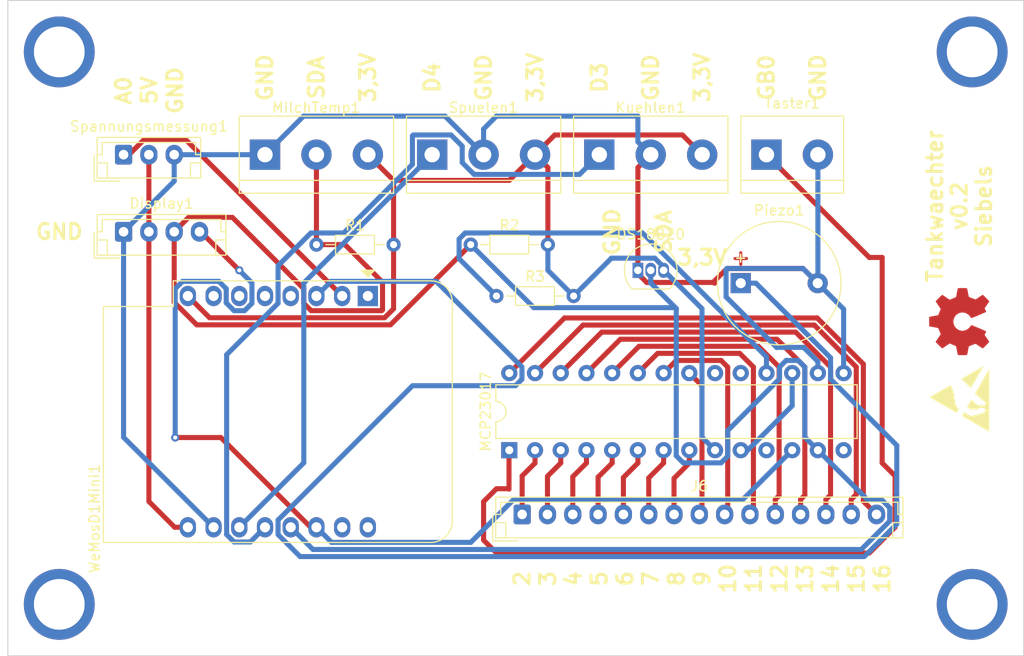
<source format=kicad_pcb>
(kicad_pcb (version 20171130) (host pcbnew "(5.1.7)-1")

  (general
    (thickness 1.6)
    (drawings 39)
    (tracks 258)
    (zones 0)
    (modules 16)
    (nets 38)
  )

  (page A4)
  (layers
    (0 F.Cu signal)
    (31 B.Cu signal)
    (32 B.Adhes user)
    (33 F.Adhes user)
    (34 B.Paste user)
    (35 F.Paste user)
    (36 B.SilkS user)
    (37 F.SilkS user)
    (38 B.Mask user)
    (39 F.Mask user)
    (40 Dwgs.User user)
    (41 Cmts.User user)
    (42 Eco1.User user)
    (43 Eco2.User user)
    (44 Edge.Cuts user)
    (45 Margin user)
    (46 B.CrtYd user)
    (47 F.CrtYd user)
    (48 B.Fab user)
    (49 F.Fab user)
  )

  (setup
    (last_trace_width 0.5)
    (user_trace_width 0.5)
    (user_trace_width 0.8)
    (trace_clearance 0.2)
    (zone_clearance 0.508)
    (zone_45_only no)
    (trace_min 0.2)
    (via_size 0.8)
    (via_drill 0.4)
    (via_min_size 0.4)
    (via_min_drill 0.3)
    (user_via 0.8 0.6)
    (user_via 7 5)
    (uvia_size 0.3)
    (uvia_drill 0.1)
    (uvias_allowed no)
    (uvia_min_size 0.2)
    (uvia_min_drill 0.1)
    (edge_width 0.05)
    (segment_width 0.2)
    (pcb_text_width 0.3)
    (pcb_text_size 1.5 1.5)
    (mod_edge_width 0.12)
    (mod_text_size 1 1)
    (mod_text_width 0.15)
    (pad_size 1.524 1.524)
    (pad_drill 0.762)
    (pad_to_mask_clearance 0)
    (aux_axis_origin 0 0)
    (visible_elements FFFFFF7F)
    (pcbplotparams
      (layerselection 0x010fc_ffffffff)
      (usegerberextensions false)
      (usegerberattributes true)
      (usegerberadvancedattributes true)
      (creategerberjobfile true)
      (excludeedgelayer true)
      (linewidth 0.100000)
      (plotframeref false)
      (viasonmask false)
      (mode 1)
      (useauxorigin false)
      (hpglpennumber 1)
      (hpglpenspeed 20)
      (hpglpendiameter 15.000000)
      (psnegative false)
      (psa4output false)
      (plotreference true)
      (plotvalue true)
      (plotinvisibletext false)
      (padsonsilk false)
      (subtractmaskfromsilk false)
      (outputformat 1)
      (mirror false)
      (drillshape 0)
      (scaleselection 1)
      (outputdirectory "./"))
  )

  (net 0 "")
  (net 1 /SCL)
  (net 2 /SDA)
  (net 3 /D3)
  (net 4 /D4)
  (net 5 /GND)
  (net 6 /5V)
  (net 7 /3,3V)
  (net 8 /A0)
  (net 9 "Net-(J6-Pad15)")
  (net 10 "Net-(J6-Pad14)")
  (net 11 "Net-(J6-Pad13)")
  (net 12 "Net-(J6-Pad12)")
  (net 13 "Net-(J6-Pad11)")
  (net 14 "Net-(J6-Pad10)")
  (net 15 "Net-(J6-Pad9)")
  (net 16 "Net-(J6-Pad8)")
  (net 17 "Net-(J6-Pad7)")
  (net 18 "Net-(J6-Pad6)")
  (net 19 "Net-(J6-Pad5)")
  (net 20 "Net-(J6-Pad4)")
  (net 21 "Net-(J6-Pad3)")
  (net 22 "Net-(J6-Pad2)")
  (net 23 "Net-(J6-Pad1)")
  (net 24 "Net-(MCP23017-Pad14)")
  (net 25 "Net-(MCP23017-Pad11)")
  (net 26 "Net-(MCP23017-Pad20)")
  (net 27 "Net-(MCP23017-Pad19)")
  (net 28 "Net-(MCP23017-Pad18)")
  (net 29 "Net-(WeMosD1Mini1-Pad16)")
  (net 30 "Net-(WeMosD1Mini1-Pad15)")
  (net 31 "Net-(WeMosD1Mini1-Pad7)")
  (net 32 "Net-(WeMosD1Mini1-Pad6)")
  (net 33 "Net-(WeMosD1Mini1-Pad5)")
  (net 34 "Net-(WeMosD1Mini1-Pad4)")
  (net 35 "Net-(WeMosD1Mini1-Pad1)")
  (net 36 "Net-(MCP23017-Pad1)")
  (net 37 "Net-(Piezo1-Pad1)")

  (net_class Default "This is the default net class."
    (clearance 0.2)
    (trace_width 0.25)
    (via_dia 0.8)
    (via_drill 0.4)
    (uvia_dia 0.3)
    (uvia_drill 0.1)
    (add_net /3,3V)
    (add_net /5V)
    (add_net /A0)
    (add_net /D3)
    (add_net /D4)
    (add_net /GND)
    (add_net /SCL)
    (add_net /SDA)
    (add_net "Net-(J6-Pad1)")
    (add_net "Net-(J6-Pad10)")
    (add_net "Net-(J6-Pad11)")
    (add_net "Net-(J6-Pad12)")
    (add_net "Net-(J6-Pad13)")
    (add_net "Net-(J6-Pad14)")
    (add_net "Net-(J6-Pad15)")
    (add_net "Net-(J6-Pad2)")
    (add_net "Net-(J6-Pad3)")
    (add_net "Net-(J6-Pad4)")
    (add_net "Net-(J6-Pad5)")
    (add_net "Net-(J6-Pad6)")
    (add_net "Net-(J6-Pad7)")
    (add_net "Net-(J6-Pad8)")
    (add_net "Net-(J6-Pad9)")
    (add_net "Net-(MCP23017-Pad1)")
    (add_net "Net-(MCP23017-Pad11)")
    (add_net "Net-(MCP23017-Pad14)")
    (add_net "Net-(MCP23017-Pad18)")
    (add_net "Net-(MCP23017-Pad19)")
    (add_net "Net-(MCP23017-Pad20)")
    (add_net "Net-(Piezo1-Pad1)")
    (add_net "Net-(WeMosD1Mini1-Pad1)")
    (add_net "Net-(WeMosD1Mini1-Pad15)")
    (add_net "Net-(WeMosD1Mini1-Pad16)")
    (add_net "Net-(WeMosD1Mini1-Pad4)")
    (add_net "Net-(WeMosD1Mini1-Pad5)")
    (add_net "Net-(WeMosD1Mini1-Pad6)")
    (add_net "Net-(WeMosD1Mini1-Pad7)")
  )

  (module Symbol:OSHW-Symbol_6.7x6mm_Copper (layer F.Cu) (tedit 0) (tstamp 6097AAE6)
    (at 106.68 161.29 90)
    (descr "Open Source Hardware Symbol")
    (tags "Logo Symbol OSHW")
    (attr virtual)
    (fp_text reference REF** (at 0 0 90) (layer F.SilkS) hide
      (effects (font (size 1 1) (thickness 0.15)))
    )
    (fp_text value OSHW-Symbol_6.7x6mm_Copper (at 0.75 0 90) (layer F.Fab) hide
      (effects (font (size 1 1) (thickness 0.15)))
    )
    (fp_poly (pts (xy 0.555814 -2.531069) (xy 0.639635 -2.086445) (xy 0.94892 -1.958947) (xy 1.258206 -1.831449)
      (xy 1.629246 -2.083754) (xy 1.733157 -2.154004) (xy 1.827087 -2.216728) (xy 1.906652 -2.269062)
      (xy 1.96747 -2.308143) (xy 2.005157 -2.331107) (xy 2.015421 -2.336058) (xy 2.03391 -2.323324)
      (xy 2.07342 -2.288118) (xy 2.129522 -2.234938) (xy 2.197787 -2.168282) (xy 2.273786 -2.092646)
      (xy 2.353092 -2.012528) (xy 2.431275 -1.932426) (xy 2.503907 -1.856836) (xy 2.566559 -1.790255)
      (xy 2.614803 -1.737182) (xy 2.64421 -1.702113) (xy 2.651241 -1.690377) (xy 2.641123 -1.66874)
      (xy 2.612759 -1.621338) (xy 2.569129 -1.552807) (xy 2.513218 -1.467785) (xy 2.448006 -1.370907)
      (xy 2.410219 -1.31565) (xy 2.341343 -1.214752) (xy 2.28014 -1.123701) (xy 2.229578 -1.04703)
      (xy 2.192628 -0.989272) (xy 2.172258 -0.954957) (xy 2.169197 -0.947746) (xy 2.176136 -0.927252)
      (xy 2.195051 -0.879487) (xy 2.223087 -0.811168) (xy 2.257391 -0.729011) (xy 2.295109 -0.63973)
      (xy 2.333387 -0.550042) (xy 2.36937 -0.466662) (xy 2.400206 -0.396306) (xy 2.423039 -0.34569)
      (xy 2.435017 -0.321529) (xy 2.435724 -0.320578) (xy 2.454531 -0.315964) (xy 2.504618 -0.305672)
      (xy 2.580793 -0.290713) (xy 2.677865 -0.272099) (xy 2.790643 -0.250841) (xy 2.856442 -0.238582)
      (xy 2.97695 -0.215638) (xy 3.085797 -0.193805) (xy 3.177476 -0.174278) (xy 3.246481 -0.158252)
      (xy 3.287304 -0.146921) (xy 3.295511 -0.143326) (xy 3.303548 -0.118994) (xy 3.310033 -0.064041)
      (xy 3.31497 0.015108) (xy 3.318364 0.112026) (xy 3.320218 0.220287) (xy 3.320538 0.333465)
      (xy 3.319327 0.445135) (xy 3.31659 0.548868) (xy 3.312331 0.638241) (xy 3.306555 0.706826)
      (xy 3.299267 0.748197) (xy 3.294895 0.75681) (xy 3.268764 0.767133) (xy 3.213393 0.781892)
      (xy 3.136107 0.799352) (xy 3.04423 0.81778) (xy 3.012158 0.823741) (xy 2.857524 0.852066)
      (xy 2.735375 0.874876) (xy 2.641673 0.89308) (xy 2.572384 0.907583) (xy 2.523471 0.919292)
      (xy 2.490897 0.929115) (xy 2.470628 0.937956) (xy 2.458626 0.946724) (xy 2.456947 0.948457)
      (xy 2.440184 0.976371) (xy 2.414614 1.030695) (xy 2.382788 1.104777) (xy 2.34726 1.191965)
      (xy 2.310583 1.285608) (xy 2.275311 1.379052) (xy 2.243996 1.465647) (xy 2.219193 1.53874)
      (xy 2.203454 1.591678) (xy 2.199332 1.617811) (xy 2.199676 1.618726) (xy 2.213641 1.640086)
      (xy 2.245322 1.687084) (xy 2.291391 1.754827) (xy 2.348518 1.838423) (xy 2.413373 1.932982)
      (xy 2.431843 1.959854) (xy 2.497699 2.057275) (xy 2.55565 2.146163) (xy 2.602538 2.221412)
      (xy 2.635207 2.27792) (xy 2.6505 2.310581) (xy 2.651241 2.314593) (xy 2.638392 2.335684)
      (xy 2.602888 2.377464) (xy 2.549293 2.435445) (xy 2.482171 2.505135) (xy 2.406087 2.582045)
      (xy 2.325604 2.661683) (xy 2.245287 2.739561) (xy 2.169699 2.811186) (xy 2.103405 2.87207)
      (xy 2.050969 2.917721) (xy 2.016955 2.94365) (xy 2.007545 2.947883) (xy 1.985643 2.937912)
      (xy 1.9408 2.91102) (xy 1.880321 2.871736) (xy 1.833789 2.840117) (xy 1.749475 2.782098)
      (xy 1.649626 2.713784) (xy 1.549473 2.645579) (xy 1.495627 2.609075) (xy 1.313371 2.4858)
      (xy 1.160381 2.56852) (xy 1.090682 2.604759) (xy 1.031414 2.632926) (xy 0.991311 2.648991)
      (xy 0.981103 2.651226) (xy 0.968829 2.634722) (xy 0.944613 2.588082) (xy 0.910263 2.515609)
      (xy 0.867588 2.421606) (xy 0.818394 2.310374) (xy 0.76449 2.186215) (xy 0.707684 2.053432)
      (xy 0.649782 1.916327) (xy 0.592593 1.779202) (xy 0.537924 1.646358) (xy 0.487584 1.522098)
      (xy 0.44338 1.410725) (xy 0.407119 1.316539) (xy 0.380609 1.243844) (xy 0.365658 1.196941)
      (xy 0.363254 1.180833) (xy 0.382311 1.160286) (xy 0.424036 1.126933) (xy 0.479706 1.087702)
      (xy 0.484378 1.084599) (xy 0.628264 0.969423) (xy 0.744283 0.835053) (xy 0.83143 0.685784)
      (xy 0.888699 0.525913) (xy 0.915086 0.359737) (xy 0.909585 0.191552) (xy 0.87119 0.025655)
      (xy 0.798895 -0.133658) (xy 0.777626 -0.168513) (xy 0.666996 -0.309263) (xy 0.536302 -0.422286)
      (xy 0.390064 -0.506997) (xy 0.232808 -0.562806) (xy 0.069057 -0.589126) (xy -0.096667 -0.58537)
      (xy -0.259838 -0.55095) (xy -0.415935 -0.485277) (xy -0.560433 -0.387765) (xy -0.605131 -0.348187)
      (xy -0.718888 -0.224297) (xy -0.801782 -0.093876) (xy -0.858644 0.052315) (xy -0.890313 0.197088)
      (xy -0.898131 0.35986) (xy -0.872062 0.52344) (xy -0.814755 0.682298) (xy -0.728856 0.830906)
      (xy -0.617014 0.963735) (xy -0.481877 1.075256) (xy -0.464117 1.087011) (xy -0.40785 1.125508)
      (xy -0.365077 1.158863) (xy -0.344628 1.18016) (xy -0.344331 1.180833) (xy -0.348721 1.203871)
      (xy -0.366124 1.256157) (xy -0.394732 1.33339) (xy -0.432735 1.431268) (xy -0.478326 1.545491)
      (xy -0.529697 1.671758) (xy -0.585038 1.805767) (xy -0.642542 1.943218) (xy -0.700399 2.079808)
      (xy -0.756802 2.211237) (xy -0.809942 2.333205) (xy -0.85801 2.441409) (xy -0.899199 2.531549)
      (xy -0.931699 2.599323) (xy -0.953703 2.64043) (xy -0.962564 2.651226) (xy -0.98964 2.642819)
      (xy -1.040303 2.620272) (xy -1.105817 2.587613) (xy -1.141841 2.56852) (xy -1.294832 2.4858)
      (xy -1.477088 2.609075) (xy -1.570125 2.672228) (xy -1.671985 2.741727) (xy -1.767438 2.807165)
      (xy -1.81525 2.840117) (xy -1.882495 2.885273) (xy -1.939436 2.921057) (xy -1.978646 2.942938)
      (xy -1.991381 2.947563) (xy -2.009917 2.935085) (xy -2.050941 2.900252) (xy -2.110475 2.846678)
      (xy -2.184542 2.777983) (xy -2.269165 2.697781) (xy -2.322685 2.646286) (xy -2.416319 2.554286)
      (xy -2.497241 2.471999) (xy -2.562177 2.402945) (xy -2.607858 2.350644) (xy -2.631011 2.318616)
      (xy -2.633232 2.312116) (xy -2.622924 2.287394) (xy -2.594439 2.237405) (xy -2.550937 2.167212)
      (xy -2.495577 2.081875) (xy -2.43152 1.986456) (xy -2.413303 1.959854) (xy -2.346927 1.863167)
      (xy -2.287378 1.776117) (xy -2.237984 1.703595) (xy -2.202075 1.650493) (xy -2.182981 1.621703)
      (xy -2.181136 1.618726) (xy -2.183895 1.595782) (xy -2.198538 1.545336) (xy -2.222513 1.474041)
      (xy -2.253266 1.388547) (xy -2.288244 1.295507) (xy -2.324893 1.201574) (xy -2.360661 1.113399)
      (xy -2.392994 1.037634) (xy -2.419338 0.980931) (xy -2.437142 0.949943) (xy -2.438407 0.948457)
      (xy -2.449294 0.939601) (xy -2.467682 0.930843) (xy -2.497606 0.921277) (xy -2.543103 0.909996)
      (xy -2.608209 0.896093) (xy -2.696961 0.878663) (xy -2.813393 0.856798) (xy -2.961542 0.829591)
      (xy -2.993618 0.823741) (xy -3.088686 0.805374) (xy -3.171565 0.787405) (xy -3.23493 0.771569)
      (xy -3.271458 0.7596) (xy -3.276356 0.75681) (xy -3.284427 0.732072) (xy -3.290987 0.67679)
      (xy -3.296033 0.597389) (xy -3.299559 0.500296) (xy -3.301561 0.391938) (xy -3.302036 0.27874)
      (xy -3.300977 0.167128) (xy -3.298382 0.063529) (xy -3.294246 -0.025632) (xy -3.288563 -0.093928)
      (xy -3.281331 -0.134934) (xy -3.276971 -0.143326) (xy -3.252698 -0.151792) (xy -3.197426 -0.165565)
      (xy -3.116662 -0.18345) (xy -3.015912 -0.204252) (xy -2.900683 -0.226777) (xy -2.837902 -0.238582)
      (xy -2.718787 -0.260849) (xy -2.612565 -0.281021) (xy -2.524427 -0.298085) (xy -2.459566 -0.311031)
      (xy -2.423174 -0.318845) (xy -2.417184 -0.320578) (xy -2.407061 -0.34011) (xy -2.385662 -0.387157)
      (xy -2.355839 -0.454997) (xy -2.320445 -0.536909) (xy -2.282332 -0.626172) (xy -2.244353 -0.716065)
      (xy -2.20936 -0.799865) (xy -2.180206 -0.870853) (xy -2.159743 -0.922306) (xy -2.150823 -0.947503)
      (xy -2.150657 -0.948604) (xy -2.160769 -0.968481) (xy -2.189117 -1.014223) (xy -2.232723 -1.081283)
      (xy -2.288606 -1.165116) (xy -2.353787 -1.261174) (xy -2.391679 -1.31635) (xy -2.460725 -1.417519)
      (xy -2.52205 -1.50937) (xy -2.572663 -1.587256) (xy -2.609571 -1.646531) (xy -2.629782 -1.682549)
      (xy -2.632701 -1.690623) (xy -2.620153 -1.709416) (xy -2.585463 -1.749543) (xy -2.533063 -1.806507)
      (xy -2.467384 -1.875815) (xy -2.392856 -1.952969) (xy -2.313913 -2.033475) (xy -2.234983 -2.112837)
      (xy -2.1605 -2.18656) (xy -2.094894 -2.250148) (xy -2.042596 -2.299106) (xy -2.008039 -2.328939)
      (xy -1.996478 -2.336058) (xy -1.977654 -2.326047) (xy -1.932631 -2.297922) (xy -1.865787 -2.254546)
      (xy -1.781499 -2.198782) (xy -1.684144 -2.133494) (xy -1.610707 -2.083754) (xy -1.239667 -1.831449)
      (xy -0.621095 -2.086445) (xy -0.537275 -2.531069) (xy -0.453454 -2.975693) (xy 0.471994 -2.975693)
      (xy 0.555814 -2.531069)) (layer F.Cu) (width 0.01))
  )

  (module Symbol:ESD-Logo_6.6x6mm_SilkScreen (layer F.Cu) (tedit 0) (tstamp 6097A8AD)
    (at 106.68 168.91 90)
    (descr "Electrostatic discharge Logo")
    (tags "Logo ESD")
    (attr virtual)
    (fp_text reference REF** (at 0 0 90) (layer F.SilkS) hide
      (effects (font (size 1 1) (thickness 0.15)))
    )
    (fp_text value ESD-Logo_6.6x6mm_SilkScreen (at 0.75 0 90) (layer F.Fab) hide
      (effects (font (size 1 1) (thickness 0.15)))
    )
    (fp_poly (pts (xy -1.677906 0.291158) (xy -1.645381 0.303736) (xy -1.595807 0.328712) (xy -1.524626 0.367876)
      (xy -1.519084 0.370988) (xy -1.453526 0.408476) (xy -1.398202 0.441319) (xy -1.358545 0.466205)
      (xy -1.339988 0.47982) (xy -1.339469 0.480487) (xy -1.343952 0.49939) (xy -1.364514 0.541605)
      (xy -1.399817 0.604832) (xy -1.44852 0.686772) (xy -1.509282 0.785122) (xy -1.580764 0.897585)
      (xy -1.598555 0.925165) (xy -1.644907 1.001699) (xy -1.678658 1.067556) (xy -1.696847 1.116782)
      (xy -1.698714 1.126507) (xy -1.697885 1.169312) (xy -1.688606 1.237209) (xy -1.672032 1.325843)
      (xy -1.64932 1.430859) (xy -1.621627 1.547902) (xy -1.59011 1.672616) (xy -1.555925 1.800645)
      (xy -1.520229 1.927634) (xy -1.484179 2.049228) (xy -1.448932 2.161072) (xy -1.415644 2.25881)
      (xy -1.385472 2.338087) (xy -1.364439 2.385122) (xy -1.339663 2.435225) (xy -1.31627 2.483168)
      (xy -1.315003 2.485793) (xy -1.276301 2.53422) (xy -1.219816 2.566828) (xy -1.154061 2.582454)
      (xy -1.087549 2.579937) (xy -1.028795 2.558114) (xy -0.995742 2.529382) (xy -0.948141 2.450583)
      (xy -0.913261 2.352378) (xy -0.894123 2.244779) (xy -0.891412 2.18378) (xy -0.90233 2.069935)
      (xy -0.934376 1.97566) (xy -0.989274 1.896379) (xy -1.006393 1.878733) (xy -1.057339 1.829235)
      (xy -1.060837 1.479362) (xy -1.064336 1.129489) (xy -0.975182 0.994531) (xy -0.933346 0.933445)
      (xy -0.893055 0.878493) (xy -0.860057 0.837336) (xy -0.845874 0.822192) (xy -0.805719 0.78481)
      (xy -0.751335 0.814098) (xy -0.716961 0.835084) (xy -0.698154 0.851378) (xy -0.696951 0.854307)
      (xy -0.684097 0.866728) (xy -0.662104 0.875977) (xy -0.64085 0.884313) (xy -0.608306 0.900149)
      (xy -0.561678 0.925033) (xy -0.498171 0.960509) (xy -0.414992 1.008123) (xy -0.309347 1.069422)
      (xy -0.251938 1.102932) (xy -0.184406 1.143071) (xy -0.140115 1.171659) (xy -0.115145 1.192039)
      (xy -0.105577 1.207553) (xy -0.107492 1.221546) (xy -0.109089 1.224796) (xy -0.124624 1.245266)
      (xy -0.157864 1.283665) (xy -0.204938 1.335696) (xy -0.261972 1.397066) (xy -0.3113 1.44909)
      (xy -0.42497 1.572567) (xy -0.513895 1.679591) (xy -0.578866 1.77124) (xy -0.620679 1.848588)
      (xy -0.634783 1.887866) (xy -0.640608 1.922249) (xy -0.646625 1.980899) (xy -0.652304 2.057117)
      (xy -0.657116 2.144202) (xy -0.659381 2.199268) (xy -0.662541 2.294464) (xy -0.663931 2.364062)
      (xy -0.663142 2.413409) (xy -0.659765 2.447854) (xy -0.653392 2.472743) (xy -0.643613 2.493425)
      (xy -0.635933 2.506053) (xy -0.591579 2.554726) (xy -0.534426 2.588645) (xy -0.474292 2.603438)
      (xy -0.429227 2.598086) (xy -0.388424 2.57493) (xy -0.337276 2.533462) (xy -0.282958 2.480912)
      (xy -0.232643 2.424516) (xy -0.193506 2.371505) (xy -0.179095 2.345889) (xy -0.157509 2.310814)
      (xy -0.118247 2.257389) (xy -0.064898 2.189789) (xy -0.001048 2.11219) (xy 0.069715 2.028768)
      (xy 0.143804 1.943698) (xy 0.217632 1.861155) (xy 0.287611 1.785316) (xy 0.350155 1.720356)
      (xy 0.39926 1.672669) (xy 0.453779 1.625032) (xy 0.499642 1.589908) (xy 0.531811 1.570949)
      (xy 0.542489 1.568864) (xy 0.558853 1.577274) (xy 0.599671 1.599846) (xy 0.662586 1.635224)
      (xy 0.745244 1.682054) (xy 0.845289 1.738981) (xy 0.960366 1.804649) (xy 1.088119 1.877703)
      (xy 1.226194 1.956788) (xy 1.372234 2.040548) (xy 1.523884 2.127629) (xy 1.67879 2.216676)
      (xy 1.834595 2.306332) (xy 1.988944 2.395243) (xy 2.139482 2.482054) (xy 2.283854 2.565409)
      (xy 2.419704 2.643954) (xy 2.544677 2.716333) (xy 2.656417 2.78119) (xy 2.75257 2.837171)
      (xy 2.830779 2.88292) (xy 2.888689 2.917083) (xy 2.923946 2.938304) (xy 2.934165 2.944963)
      (xy 2.920402 2.94628) (xy 2.877104 2.947559) (xy 2.805714 2.948796) (xy 2.707673 2.949983)
      (xy 2.584422 2.951115) (xy 2.437403 2.952186) (xy 2.268057 2.953189) (xy 2.077826 2.954119)
      (xy 1.868151 2.954968) (xy 1.640473 2.955732) (xy 1.396235 2.956403) (xy 1.136877 2.956976)
      (xy 0.863841 2.957444) (xy 0.578568 2.957802) (xy 0.2825 2.958042) (xy -0.022921 2.958159)
      (xy -0.151076 2.958171) (xy -3.25103 2.958171) (xy -3.029947 2.574847) (xy -2.983144 2.49368)
      (xy -2.922898 2.389166) (xy -2.851222 2.264801) (xy -2.770131 2.124082) (xy -2.681638 1.970503)
      (xy -2.58776 1.807562) (xy -2.490509 1.638754) (xy -2.3919 1.467575) (xy -2.293947 1.297521)
      (xy -2.269175 1.254512) (xy -2.178848 1.097857) (xy -2.092711 0.948803) (xy -2.012058 0.809568)
      (xy -1.938184 0.682371) (xy -1.872383 0.569432) (xy -1.81595 0.472968) (xy -1.770179 0.3952)
      (xy -1.736365 0.338346) (xy -1.715802 0.304625) (xy -1.710047 0.29604) (xy -1.697942 0.289189)
      (xy -1.677906 0.291158)) (layer F.SilkS) (width 0.01))
    (fp_poly (pts (xy 1.987528 0.234619) (xy 1.998908 0.253693) (xy 2.024488 0.297421) (xy 2.063002 0.363619)
      (xy 2.113186 0.450102) (xy 2.173775 0.554685) (xy 2.243503 0.675183) (xy 2.321107 0.809412)
      (xy 2.40532 0.955187) (xy 2.494879 1.110323) (xy 2.586998 1.27) (xy 2.681076 1.433117)
      (xy 2.771402 1.589709) (xy 2.856665 1.737506) (xy 2.935557 1.87424) (xy 3.006769 1.997642)
      (xy 3.068991 2.105444) (xy 3.120913 2.195377) (xy 3.161228 2.265173) (xy 3.188624 2.312564)
      (xy 3.201507 2.334786) (xy 3.222507 2.37233) (xy 3.233925 2.395831) (xy 3.234551 2.39992)
      (xy 3.220636 2.392242) (xy 3.181941 2.370203) (xy 3.120487 2.334971) (xy 3.038298 2.287711)
      (xy 2.937396 2.229589) (xy 2.819805 2.161771) (xy 2.687546 2.085424) (xy 2.542642 2.001714)
      (xy 2.387117 1.911806) (xy 2.222992 1.816867) (xy 2.160549 1.780732) (xy 1.993487 1.684083)
      (xy 1.834074 1.591938) (xy 1.684355 1.505475) (xy 1.546376 1.425871) (xy 1.422185 1.354305)
      (xy 1.313827 1.291955) (xy 1.223348 1.239998) (xy 1.152796 1.199613) (xy 1.104215 1.171978)
      (xy 1.079654 1.158272) (xy 1.077085 1.156974) (xy 1.084569 1.14522) (xy 1.110614 1.113795)
      (xy 1.152559 1.065594) (xy 1.207746 1.00351) (xy 1.273517 0.930439) (xy 1.347212 0.849276)
      (xy 1.426173 0.762916) (xy 1.50774 0.674253) (xy 1.589254 0.586182) (xy 1.668057 0.501599)
      (xy 1.74149 0.423397) (xy 1.806893 0.354472) (xy 1.861608 0.297719) (xy 1.902977 0.256032)
      (xy 1.917164 0.242363) (xy 1.96418 0.198201) (xy 1.987528 0.234619)) (layer F.SilkS) (width 0.01))
    (fp_poly (pts (xy 0.164043 -2.914165) (xy 0.187065 -2.876755) (xy 0.222534 -2.817486) (xy 0.268996 -2.738882)
      (xy 0.324996 -2.643462) (xy 0.389081 -2.53375) (xy 0.459796 -2.412266) (xy 0.535687 -2.281532)
      (xy 0.615299 -2.14407) (xy 0.697178 -2.002402) (xy 0.77987 -1.859049) (xy 0.861921 -1.716533)
      (xy 0.941876 -1.577376) (xy 1.018281 -1.444099) (xy 1.089682 -1.319224) (xy 1.154624 -1.205273)
      (xy 1.211653 -1.104767) (xy 1.259315 -1.020228) (xy 1.296155 -0.954178) (xy 1.32072 -0.909138)
      (xy 1.331554 -0.88763) (xy 1.331951 -0.886286) (xy 1.318501 -0.868035) (xy 1.281114 -0.840118)
      (xy 1.224235 -0.805275) (xy 1.152312 -0.766246) (xy 1.077015 -0.729157) (xy 0.97456 -0.684183)
      (xy 0.866817 -0.643774) (xy 0.750073 -0.607031) (xy 0.620618 -0.573058) (xy 0.47474 -0.540956)
      (xy 0.308726 -0.509827) (xy 0.118866 -0.478773) (xy -0.077531 -0.449855) (xy -0.248166 -0.4242)
      (xy -0.391455 -0.398802) (xy -0.510992 -0.372398) (xy -0.61037 -0.343727) (xy -0.693182 -0.311527)
      (xy -0.763022 -0.274535) (xy -0.823482 -0.231488) (xy -0.878155 -0.181125) (xy -0.895786 -0.162417)
      (xy -0.934 -0.118861) (xy -0.962268 -0.083318) (xy -0.975382 -0.062417) (xy -0.975732 -0.060703)
      (xy -0.98032 -0.050194) (xy -0.996242 -0.050076) (xy -1.026734 -0.061746) (xy -1.075032 -0.086604)
      (xy -1.144373 -0.126048) (xy -1.192561 -0.154413) (xy -1.264417 -0.198753) (xy -1.320258 -0.236721)
      (xy -1.356333 -0.265584) (xy -1.368887 -0.282612) (xy -1.368879 -0.282736) (xy -1.361094 -0.298963)
      (xy -1.339108 -0.3396) (xy -1.304197 -0.402433) (xy -1.257637 -0.485248) (xy -1.200705 -0.585828)
      (xy -1.134677 -0.70196) (xy -1.060828 -0.831429) (xy -0.980436 -0.97202) (xy -0.894776 -1.121518)
      (xy -0.805124 -1.277708) (xy -0.712757 -1.438376) (xy -0.618951 -1.601307) (xy -0.524982 -1.764287)
      (xy -0.432126 -1.9251) (xy -0.34166 -2.081532) (xy -0.254859 -2.231367) (xy -0.173 -2.372392)
      (xy -0.097359 -2.502391) (xy -0.029213 -2.619151) (xy 0.030163 -2.720455) (xy 0.079493 -2.804089)
      (xy 0.1175 -2.867838) (xy 0.142907 -2.909489) (xy 0.15444 -2.926825) (xy 0.154923 -2.927195)
      (xy 0.164043 -2.914165)) (layer F.SilkS) (width 0.01))
  )

  (module Package_DIP:DIP-28_W7.62mm (layer F.Cu) (tedit 5A02E8C5) (tstamp 609714FB)
    (at 62.23 173.99 90)
    (descr "28-lead though-hole mounted DIP package, row spacing 7.62 mm (300 mils)")
    (tags "THT DIP DIL PDIP 2.54mm 7.62mm 300mil")
    (path /60978901)
    (fp_text reference MCP23017 (at 3.81 -2.33 90) (layer F.SilkS)
      (effects (font (size 1 1) (thickness 0.15)))
    )
    (fp_text value MCP23017_SP (at 3.81 35.35 90) (layer F.Fab)
      (effects (font (size 1 1) (thickness 0.15)))
    )
    (fp_text user %R (at 3.81 16.51 90) (layer F.Fab)
      (effects (font (size 1 1) (thickness 0.15)))
    )
    (fp_arc (start 3.81 -1.33) (end 2.81 -1.33) (angle -180) (layer F.SilkS) (width 0.12))
    (fp_line (start 1.635 -1.27) (end 6.985 -1.27) (layer F.Fab) (width 0.1))
    (fp_line (start 6.985 -1.27) (end 6.985 34.29) (layer F.Fab) (width 0.1))
    (fp_line (start 6.985 34.29) (end 0.635 34.29) (layer F.Fab) (width 0.1))
    (fp_line (start 0.635 34.29) (end 0.635 -0.27) (layer F.Fab) (width 0.1))
    (fp_line (start 0.635 -0.27) (end 1.635 -1.27) (layer F.Fab) (width 0.1))
    (fp_line (start 2.81 -1.33) (end 1.16 -1.33) (layer F.SilkS) (width 0.12))
    (fp_line (start 1.16 -1.33) (end 1.16 34.35) (layer F.SilkS) (width 0.12))
    (fp_line (start 1.16 34.35) (end 6.46 34.35) (layer F.SilkS) (width 0.12))
    (fp_line (start 6.46 34.35) (end 6.46 -1.33) (layer F.SilkS) (width 0.12))
    (fp_line (start 6.46 -1.33) (end 4.81 -1.33) (layer F.SilkS) (width 0.12))
    (fp_line (start -1.1 -1.55) (end -1.1 34.55) (layer F.CrtYd) (width 0.05))
    (fp_line (start -1.1 34.55) (end 8.7 34.55) (layer F.CrtYd) (width 0.05))
    (fp_line (start 8.7 34.55) (end 8.7 -1.55) (layer F.CrtYd) (width 0.05))
    (fp_line (start 8.7 -1.55) (end -1.1 -1.55) (layer F.CrtYd) (width 0.05))
    (pad 28 thru_hole oval (at 7.62 0 90) (size 1.6 1.6) (drill 0.8) (layers *.Cu *.Mask)
      (net 9 "Net-(J6-Pad15)"))
    (pad 14 thru_hole oval (at 0 33.02 90) (size 1.6 1.6) (drill 0.8) (layers *.Cu *.Mask)
      (net 24 "Net-(MCP23017-Pad14)"))
    (pad 27 thru_hole oval (at 7.62 2.54 90) (size 1.6 1.6) (drill 0.8) (layers *.Cu *.Mask)
      (net 10 "Net-(J6-Pad14)"))
    (pad 13 thru_hole oval (at 0 30.48 90) (size 1.6 1.6) (drill 0.8) (layers *.Cu *.Mask)
      (net 2 /SDA))
    (pad 26 thru_hole oval (at 7.62 5.08 90) (size 1.6 1.6) (drill 0.8) (layers *.Cu *.Mask)
      (net 11 "Net-(J6-Pad13)"))
    (pad 12 thru_hole oval (at 0 27.94 90) (size 1.6 1.6) (drill 0.8) (layers *.Cu *.Mask)
      (net 1 /SCL))
    (pad 25 thru_hole oval (at 7.62 7.62 90) (size 1.6 1.6) (drill 0.8) (layers *.Cu *.Mask)
      (net 12 "Net-(J6-Pad12)"))
    (pad 11 thru_hole oval (at 0 25.4 90) (size 1.6 1.6) (drill 0.8) (layers *.Cu *.Mask)
      (net 25 "Net-(MCP23017-Pad11)"))
    (pad 24 thru_hole oval (at 7.62 10.16 90) (size 1.6 1.6) (drill 0.8) (layers *.Cu *.Mask)
      (net 13 "Net-(J6-Pad11)"))
    (pad 10 thru_hole oval (at 0 22.86 90) (size 1.6 1.6) (drill 0.8) (layers *.Cu *.Mask)
      (net 5 /GND))
    (pad 23 thru_hole oval (at 7.62 12.7 90) (size 1.6 1.6) (drill 0.8) (layers *.Cu *.Mask)
      (net 14 "Net-(J6-Pad10)"))
    (pad 9 thru_hole oval (at 0 20.32 90) (size 1.6 1.6) (drill 0.8) (layers *.Cu *.Mask)
      (net 7 /3,3V))
    (pad 22 thru_hole oval (at 7.62 15.24 90) (size 1.6 1.6) (drill 0.8) (layers *.Cu *.Mask)
      (net 15 "Net-(J6-Pad9)"))
    (pad 8 thru_hole oval (at 0 17.78 90) (size 1.6 1.6) (drill 0.8) (layers *.Cu *.Mask)
      (net 17 "Net-(J6-Pad7)"))
    (pad 21 thru_hole oval (at 7.62 17.78 90) (size 1.6 1.6) (drill 0.8) (layers *.Cu *.Mask)
      (net 16 "Net-(J6-Pad8)"))
    (pad 7 thru_hole oval (at 0 15.24 90) (size 1.6 1.6) (drill 0.8) (layers *.Cu *.Mask)
      (net 18 "Net-(J6-Pad6)"))
    (pad 20 thru_hole oval (at 7.62 20.32 90) (size 1.6 1.6) (drill 0.8) (layers *.Cu *.Mask)
      (net 26 "Net-(MCP23017-Pad20)"))
    (pad 6 thru_hole oval (at 0 12.7 90) (size 1.6 1.6) (drill 0.8) (layers *.Cu *.Mask)
      (net 19 "Net-(J6-Pad5)"))
    (pad 19 thru_hole oval (at 7.62 22.86 90) (size 1.6 1.6) (drill 0.8) (layers *.Cu *.Mask)
      (net 27 "Net-(MCP23017-Pad19)"))
    (pad 5 thru_hole oval (at 0 10.16 90) (size 1.6 1.6) (drill 0.8) (layers *.Cu *.Mask)
      (net 20 "Net-(J6-Pad4)"))
    (pad 18 thru_hole oval (at 7.62 25.4 90) (size 1.6 1.6) (drill 0.8) (layers *.Cu *.Mask)
      (net 28 "Net-(MCP23017-Pad18)"))
    (pad 4 thru_hole oval (at 0 7.62 90) (size 1.6 1.6) (drill 0.8) (layers *.Cu *.Mask)
      (net 21 "Net-(J6-Pad3)"))
    (pad 17 thru_hole oval (at 7.62 27.94 90) (size 1.6 1.6) (drill 0.8) (layers *.Cu *.Mask)
      (net 5 /GND))
    (pad 3 thru_hole oval (at 0 5.08 90) (size 1.6 1.6) (drill 0.8) (layers *.Cu *.Mask)
      (net 22 "Net-(J6-Pad2)"))
    (pad 16 thru_hole oval (at 7.62 30.48 90) (size 1.6 1.6) (drill 0.8) (layers *.Cu *.Mask)
      (net 5 /GND))
    (pad 2 thru_hole oval (at 0 2.54 90) (size 1.6 1.6) (drill 0.8) (layers *.Cu *.Mask)
      (net 23 "Net-(J6-Pad1)"))
    (pad 15 thru_hole oval (at 7.62 33.02 90) (size 1.6 1.6) (drill 0.8) (layers *.Cu *.Mask)
      (net 5 /GND))
    (pad 1 thru_hole rect (at 0 0 90) (size 1.6 1.6) (drill 0.8) (layers *.Cu *.Mask)
      (net 36 "Net-(MCP23017-Pad1)"))
    (model ${KISYS3DMOD}/Package_DIP.3dshapes/DIP-28_W7.62mm.wrl
      (at (xyz 0 0 0))
      (scale (xyz 1 1 1))
      (rotate (xyz 0 0 0))
    )
  )

  (module Resistor_THT:R_Axial_DIN0204_L3.6mm_D1.6mm_P7.62mm_Horizontal (layer F.Cu) (tedit 5AE5139B) (tstamp 60970556)
    (at 60.96 158.75)
    (descr "Resistor, Axial_DIN0204 series, Axial, Horizontal, pin pitch=7.62mm, 0.167W, length*diameter=3.6*1.6mm^2, http://cdn-reichelt.de/documents/datenblatt/B400/1_4W%23YAG.pdf")
    (tags "Resistor Axial_DIN0204 series Axial Horizontal pin pitch 7.62mm 0.167W length 3.6mm diameter 1.6mm")
    (path /609A854D)
    (fp_text reference R3 (at 3.81 -1.92) (layer F.SilkS)
      (effects (font (size 1 1) (thickness 0.15)))
    )
    (fp_text value 4,7k (at 3.81 1.92) (layer F.Fab)
      (effects (font (size 1 1) (thickness 0.15)))
    )
    (fp_text user %R (at 3.81 0) (layer F.Fab)
      (effects (font (size 0.72 0.72) (thickness 0.108)))
    )
    (fp_line (start 2.01 -0.8) (end 2.01 0.8) (layer F.Fab) (width 0.1))
    (fp_line (start 2.01 0.8) (end 5.61 0.8) (layer F.Fab) (width 0.1))
    (fp_line (start 5.61 0.8) (end 5.61 -0.8) (layer F.Fab) (width 0.1))
    (fp_line (start 5.61 -0.8) (end 2.01 -0.8) (layer F.Fab) (width 0.1))
    (fp_line (start 0 0) (end 2.01 0) (layer F.Fab) (width 0.1))
    (fp_line (start 7.62 0) (end 5.61 0) (layer F.Fab) (width 0.1))
    (fp_line (start 1.89 -0.92) (end 1.89 0.92) (layer F.SilkS) (width 0.12))
    (fp_line (start 1.89 0.92) (end 5.73 0.92) (layer F.SilkS) (width 0.12))
    (fp_line (start 5.73 0.92) (end 5.73 -0.92) (layer F.SilkS) (width 0.12))
    (fp_line (start 5.73 -0.92) (end 1.89 -0.92) (layer F.SilkS) (width 0.12))
    (fp_line (start 0.94 0) (end 1.89 0) (layer F.SilkS) (width 0.12))
    (fp_line (start 6.68 0) (end 5.73 0) (layer F.SilkS) (width 0.12))
    (fp_line (start -0.95 -1.05) (end -0.95 1.05) (layer F.CrtYd) (width 0.05))
    (fp_line (start -0.95 1.05) (end 8.57 1.05) (layer F.CrtYd) (width 0.05))
    (fp_line (start 8.57 1.05) (end 8.57 -1.05) (layer F.CrtYd) (width 0.05))
    (fp_line (start 8.57 -1.05) (end -0.95 -1.05) (layer F.CrtYd) (width 0.05))
    (pad 2 thru_hole oval (at 7.62 0) (size 1.4 1.4) (drill 0.7) (layers *.Cu *.Mask)
      (net 7 /3,3V))
    (pad 1 thru_hole circle (at 0 0) (size 1.4 1.4) (drill 0.7) (layers *.Cu *.Mask)
      (net 28 "Net-(MCP23017-Pad18)"))
    (model ${KISYS3DMOD}/Resistor_THT.3dshapes/R_Axial_DIN0204_L3.6mm_D1.6mm_P7.62mm_Horizontal.wrl
      (at (xyz 0 0 0))
      (scale (xyz 1 1 1))
      (rotate (xyz 0 0 0))
    )
  )

  (module Resistor_THT:R_Axial_DIN0204_L3.6mm_D1.6mm_P7.62mm_Horizontal (layer F.Cu) (tedit 5AE5139B) (tstamp 6097053F)
    (at 58.42 153.67)
    (descr "Resistor, Axial_DIN0204 series, Axial, Horizontal, pin pitch=7.62mm, 0.167W, length*diameter=3.6*1.6mm^2, http://cdn-reichelt.de/documents/datenblatt/B400/1_4W%23YAG.pdf")
    (tags "Resistor Axial_DIN0204 series Axial Horizontal pin pitch 7.62mm 0.167W length 3.6mm diameter 1.6mm")
    (path /60992E43)
    (fp_text reference R2 (at 3.81 -1.92) (layer F.SilkS)
      (effects (font (size 1 1) (thickness 0.15)))
    )
    (fp_text value 4,7k (at 3.81 1.92) (layer F.Fab)
      (effects (font (size 1 1) (thickness 0.15)))
    )
    (fp_text user %R (at 3.81 0) (layer F.Fab)
      (effects (font (size 0.72 0.72) (thickness 0.108)))
    )
    (fp_line (start 2.01 -0.8) (end 2.01 0.8) (layer F.Fab) (width 0.1))
    (fp_line (start 2.01 0.8) (end 5.61 0.8) (layer F.Fab) (width 0.1))
    (fp_line (start 5.61 0.8) (end 5.61 -0.8) (layer F.Fab) (width 0.1))
    (fp_line (start 5.61 -0.8) (end 2.01 -0.8) (layer F.Fab) (width 0.1))
    (fp_line (start 0 0) (end 2.01 0) (layer F.Fab) (width 0.1))
    (fp_line (start 7.62 0) (end 5.61 0) (layer F.Fab) (width 0.1))
    (fp_line (start 1.89 -0.92) (end 1.89 0.92) (layer F.SilkS) (width 0.12))
    (fp_line (start 1.89 0.92) (end 5.73 0.92) (layer F.SilkS) (width 0.12))
    (fp_line (start 5.73 0.92) (end 5.73 -0.92) (layer F.SilkS) (width 0.12))
    (fp_line (start 5.73 -0.92) (end 1.89 -0.92) (layer F.SilkS) (width 0.12))
    (fp_line (start 0.94 0) (end 1.89 0) (layer F.SilkS) (width 0.12))
    (fp_line (start 6.68 0) (end 5.73 0) (layer F.SilkS) (width 0.12))
    (fp_line (start -0.95 -1.05) (end -0.95 1.05) (layer F.CrtYd) (width 0.05))
    (fp_line (start -0.95 1.05) (end 8.57 1.05) (layer F.CrtYd) (width 0.05))
    (fp_line (start 8.57 1.05) (end 8.57 -1.05) (layer F.CrtYd) (width 0.05))
    (fp_line (start 8.57 -1.05) (end -0.95 -1.05) (layer F.CrtYd) (width 0.05))
    (pad 2 thru_hole oval (at 7.62 0) (size 1.4 1.4) (drill 0.7) (layers *.Cu *.Mask)
      (net 7 /3,3V))
    (pad 1 thru_hole circle (at 0 0) (size 1.4 1.4) (drill 0.7) (layers *.Cu *.Mask)
      (net 2 /SDA))
    (model ${KISYS3DMOD}/Resistor_THT.3dshapes/R_Axial_DIN0204_L3.6mm_D1.6mm_P7.62mm_Horizontal.wrl
      (at (xyz 0 0 0))
      (scale (xyz 1 1 1))
      (rotate (xyz 0 0 0))
    )
  )

  (module Resistor_THT:R_Axial_DIN0204_L3.6mm_D1.6mm_P7.62mm_Horizontal (layer F.Cu) (tedit 5AE5139B) (tstamp 60970528)
    (at 43.18 153.67)
    (descr "Resistor, Axial_DIN0204 series, Axial, Horizontal, pin pitch=7.62mm, 0.167W, length*diameter=3.6*1.6mm^2, http://cdn-reichelt.de/documents/datenblatt/B400/1_4W%23YAG.pdf")
    (tags "Resistor Axial_DIN0204 series Axial Horizontal pin pitch 7.62mm 0.167W length 3.6mm diameter 1.6mm")
    (path /6099491E)
    (fp_text reference R1 (at 3.81 -1.92) (layer F.SilkS)
      (effects (font (size 1 1) (thickness 0.15)))
    )
    (fp_text value 4,7k (at 3.81 1.92) (layer F.Fab)
      (effects (font (size 1 1) (thickness 0.15)))
    )
    (fp_text user %R (at 3.81 0) (layer F.Fab)
      (effects (font (size 0.72 0.72) (thickness 0.108)))
    )
    (fp_line (start 2.01 -0.8) (end 2.01 0.8) (layer F.Fab) (width 0.1))
    (fp_line (start 2.01 0.8) (end 5.61 0.8) (layer F.Fab) (width 0.1))
    (fp_line (start 5.61 0.8) (end 5.61 -0.8) (layer F.Fab) (width 0.1))
    (fp_line (start 5.61 -0.8) (end 2.01 -0.8) (layer F.Fab) (width 0.1))
    (fp_line (start 0 0) (end 2.01 0) (layer F.Fab) (width 0.1))
    (fp_line (start 7.62 0) (end 5.61 0) (layer F.Fab) (width 0.1))
    (fp_line (start 1.89 -0.92) (end 1.89 0.92) (layer F.SilkS) (width 0.12))
    (fp_line (start 1.89 0.92) (end 5.73 0.92) (layer F.SilkS) (width 0.12))
    (fp_line (start 5.73 0.92) (end 5.73 -0.92) (layer F.SilkS) (width 0.12))
    (fp_line (start 5.73 -0.92) (end 1.89 -0.92) (layer F.SilkS) (width 0.12))
    (fp_line (start 0.94 0) (end 1.89 0) (layer F.SilkS) (width 0.12))
    (fp_line (start 6.68 0) (end 5.73 0) (layer F.SilkS) (width 0.12))
    (fp_line (start -0.95 -1.05) (end -0.95 1.05) (layer F.CrtYd) (width 0.05))
    (fp_line (start -0.95 1.05) (end 8.57 1.05) (layer F.CrtYd) (width 0.05))
    (fp_line (start 8.57 1.05) (end 8.57 -1.05) (layer F.CrtYd) (width 0.05))
    (fp_line (start 8.57 -1.05) (end -0.95 -1.05) (layer F.CrtYd) (width 0.05))
    (pad 2 thru_hole oval (at 7.62 0) (size 1.4 1.4) (drill 0.7) (layers *.Cu *.Mask)
      (net 7 /3,3V))
    (pad 1 thru_hole circle (at 0 0) (size 1.4 1.4) (drill 0.7) (layers *.Cu *.Mask)
      (net 2 /SDA))
    (model ${KISYS3DMOD}/Resistor_THT.3dshapes/R_Axial_DIN0204_L3.6mm_D1.6mm_P7.62mm_Horizontal.wrl
      (at (xyz 0 0 0))
      (scale (xyz 1 1 1))
      (rotate (xyz 0 0 0))
    )
  )

  (module TerminalBlock:TerminalBlock_bornier-2_P5.08mm (layer F.Cu) (tedit 59FF03AB) (tstamp 60970511)
    (at 87.63 144.78)
    (descr "simple 2-pin terminal block, pitch 5.08mm, revamped version of bornier2")
    (tags "terminal block bornier2")
    (path /609BFF4D)
    (fp_text reference Taster1 (at 2.54 -5.08) (layer F.SilkS)
      (effects (font (size 1 1) (thickness 0.15)))
    )
    (fp_text value Taster (at 2.54 5.08) (layer F.Fab)
      (effects (font (size 1 1) (thickness 0.15)))
    )
    (fp_text user %R (at 2.54 0) (layer F.Fab)
      (effects (font (size 1 1) (thickness 0.15)))
    )
    (fp_line (start -2.41 2.55) (end 7.49 2.55) (layer F.Fab) (width 0.1))
    (fp_line (start -2.46 -3.75) (end -2.46 3.75) (layer F.Fab) (width 0.1))
    (fp_line (start -2.46 3.75) (end 7.54 3.75) (layer F.Fab) (width 0.1))
    (fp_line (start 7.54 3.75) (end 7.54 -3.75) (layer F.Fab) (width 0.1))
    (fp_line (start 7.54 -3.75) (end -2.46 -3.75) (layer F.Fab) (width 0.1))
    (fp_line (start 7.62 2.54) (end -2.54 2.54) (layer F.SilkS) (width 0.12))
    (fp_line (start 7.62 3.81) (end 7.62 -3.81) (layer F.SilkS) (width 0.12))
    (fp_line (start 7.62 -3.81) (end -2.54 -3.81) (layer F.SilkS) (width 0.12))
    (fp_line (start -2.54 -3.81) (end -2.54 3.81) (layer F.SilkS) (width 0.12))
    (fp_line (start -2.54 3.81) (end 7.62 3.81) (layer F.SilkS) (width 0.12))
    (fp_line (start -2.71 -4) (end 7.79 -4) (layer F.CrtYd) (width 0.05))
    (fp_line (start -2.71 -4) (end -2.71 4) (layer F.CrtYd) (width 0.05))
    (fp_line (start 7.79 4) (end 7.79 -4) (layer F.CrtYd) (width 0.05))
    (fp_line (start 7.79 4) (end -2.71 4) (layer F.CrtYd) (width 0.05))
    (pad 2 thru_hole circle (at 5.08 0) (size 3 3) (drill 1.52) (layers *.Cu *.Mask)
      (net 5 /GND))
    (pad 1 thru_hole rect (at 0 0) (size 3 3) (drill 1.52) (layers *.Cu *.Mask)
      (net 36 "Net-(MCP23017-Pad1)"))
    (model ${KISYS3DMOD}/TerminalBlock.3dshapes/TerminalBlock_bornier-2_P5.08mm.wrl
      (offset (xyz 2.539999961853027 0 0))
      (scale (xyz 1 1 1))
      (rotate (xyz 0 0 0))
    )
  )

  (module Connector_JST:JST_EH_B15B-EH-A_1x15_P2.50mm_Vertical (layer F.Cu) (tedit 5B772AC7) (tstamp 609704FC)
    (at 63.5 180.34)
    (descr "JST EH series connector, B15B-EH-A (http://www.jst-mfg.com/product/pdf/eng/eEH.pdf), generated with kicad-footprint-generator")
    (tags "connector JST EH side entry")
    (path /609C6D20)
    (fp_text reference J6 (at 17.5 -2.8) (layer F.SilkS)
      (effects (font (size 1 1) (thickness 0.15)))
    )
    (fp_text value Conn_01x15_Male (at 17.5 3.4) (layer F.Fab)
      (effects (font (size 1 1) (thickness 0.15)))
    )
    (fp_text user %R (at 17.5 1.5) (layer F.Fab)
      (effects (font (size 1 1) (thickness 0.15)))
    )
    (fp_line (start -2.5 -1.6) (end -2.5 2.2) (layer F.Fab) (width 0.1))
    (fp_line (start -2.5 2.2) (end 37.5 2.2) (layer F.Fab) (width 0.1))
    (fp_line (start 37.5 2.2) (end 37.5 -1.6) (layer F.Fab) (width 0.1))
    (fp_line (start 37.5 -1.6) (end -2.5 -1.6) (layer F.Fab) (width 0.1))
    (fp_line (start -3 -2.1) (end -3 2.7) (layer F.CrtYd) (width 0.05))
    (fp_line (start -3 2.7) (end 38 2.7) (layer F.CrtYd) (width 0.05))
    (fp_line (start 38 2.7) (end 38 -2.1) (layer F.CrtYd) (width 0.05))
    (fp_line (start 38 -2.1) (end -3 -2.1) (layer F.CrtYd) (width 0.05))
    (fp_line (start -2.61 -1.71) (end -2.61 2.31) (layer F.SilkS) (width 0.12))
    (fp_line (start -2.61 2.31) (end 37.61 2.31) (layer F.SilkS) (width 0.12))
    (fp_line (start 37.61 2.31) (end 37.61 -1.71) (layer F.SilkS) (width 0.12))
    (fp_line (start 37.61 -1.71) (end -2.61 -1.71) (layer F.SilkS) (width 0.12))
    (fp_line (start -2.61 0) (end -2.11 0) (layer F.SilkS) (width 0.12))
    (fp_line (start -2.11 0) (end -2.11 -1.21) (layer F.SilkS) (width 0.12))
    (fp_line (start -2.11 -1.21) (end 37.11 -1.21) (layer F.SilkS) (width 0.12))
    (fp_line (start 37.11 -1.21) (end 37.11 0) (layer F.SilkS) (width 0.12))
    (fp_line (start 37.11 0) (end 37.61 0) (layer F.SilkS) (width 0.12))
    (fp_line (start -2.61 0.81) (end -1.61 0.81) (layer F.SilkS) (width 0.12))
    (fp_line (start -1.61 0.81) (end -1.61 2.31) (layer F.SilkS) (width 0.12))
    (fp_line (start 37.61 0.81) (end 36.61 0.81) (layer F.SilkS) (width 0.12))
    (fp_line (start 36.61 0.81) (end 36.61 2.31) (layer F.SilkS) (width 0.12))
    (fp_line (start -2.91 0.11) (end -2.91 2.61) (layer F.SilkS) (width 0.12))
    (fp_line (start -2.91 2.61) (end -0.41 2.61) (layer F.SilkS) (width 0.12))
    (fp_line (start -2.91 0.11) (end -2.91 2.61) (layer F.Fab) (width 0.1))
    (fp_line (start -2.91 2.61) (end -0.41 2.61) (layer F.Fab) (width 0.1))
    (pad 15 thru_hole oval (at 35 0) (size 1.7 1.95) (drill 0.95) (layers *.Cu *.Mask)
      (net 9 "Net-(J6-Pad15)"))
    (pad 14 thru_hole oval (at 32.5 0) (size 1.7 1.95) (drill 0.95) (layers *.Cu *.Mask)
      (net 10 "Net-(J6-Pad14)"))
    (pad 13 thru_hole oval (at 30 0) (size 1.7 1.95) (drill 0.95) (layers *.Cu *.Mask)
      (net 11 "Net-(J6-Pad13)"))
    (pad 12 thru_hole oval (at 27.5 0) (size 1.7 1.95) (drill 0.95) (layers *.Cu *.Mask)
      (net 12 "Net-(J6-Pad12)"))
    (pad 11 thru_hole oval (at 25 0) (size 1.7 1.95) (drill 0.95) (layers *.Cu *.Mask)
      (net 13 "Net-(J6-Pad11)"))
    (pad 10 thru_hole oval (at 22.5 0) (size 1.7 1.95) (drill 0.95) (layers *.Cu *.Mask)
      (net 14 "Net-(J6-Pad10)"))
    (pad 9 thru_hole oval (at 20 0) (size 1.7 1.95) (drill 0.95) (layers *.Cu *.Mask)
      (net 15 "Net-(J6-Pad9)"))
    (pad 8 thru_hole oval (at 17.5 0) (size 1.7 1.95) (drill 0.95) (layers *.Cu *.Mask)
      (net 16 "Net-(J6-Pad8)"))
    (pad 7 thru_hole oval (at 15 0) (size 1.7 1.95) (drill 0.95) (layers *.Cu *.Mask)
      (net 17 "Net-(J6-Pad7)"))
    (pad 6 thru_hole oval (at 12.5 0) (size 1.7 1.95) (drill 0.95) (layers *.Cu *.Mask)
      (net 18 "Net-(J6-Pad6)"))
    (pad 5 thru_hole oval (at 10 0) (size 1.7 1.95) (drill 0.95) (layers *.Cu *.Mask)
      (net 19 "Net-(J6-Pad5)"))
    (pad 4 thru_hole oval (at 7.5 0) (size 1.7 1.95) (drill 0.95) (layers *.Cu *.Mask)
      (net 20 "Net-(J6-Pad4)"))
    (pad 3 thru_hole oval (at 5 0) (size 1.7 1.95) (drill 0.95) (layers *.Cu *.Mask)
      (net 21 "Net-(J6-Pad3)"))
    (pad 2 thru_hole oval (at 2.5 0) (size 1.7 1.95) (drill 0.95) (layers *.Cu *.Mask)
      (net 22 "Net-(J6-Pad2)"))
    (pad 1 thru_hole roundrect (at 0 0) (size 1.7 1.95) (drill 0.95) (layers *.Cu *.Mask) (roundrect_rratio 0.1470588235294118)
      (net 23 "Net-(J6-Pad1)"))
    (model ${KISYS3DMOD}/Connector_JST.3dshapes/JST_EH_B15B-EH-A_1x15_P2.50mm_Vertical.wrl
      (at (xyz 0 0 0))
      (scale (xyz 1 1 1))
      (rotate (xyz 0 0 0))
    )
  )

  (module Connector_JST:JST_EH_B3B-EH-A_1x03_P2.50mm_Vertical (layer F.Cu) (tedit 5C28142C) (tstamp 609704CF)
    (at 24.13 144.78)
    (descr "JST EH series connector, B3B-EH-A (http://www.jst-mfg.com/product/pdf/eng/eEH.pdf), generated with kicad-footprint-generator")
    (tags "connector JST EH vertical")
    (path /60973BAF)
    (fp_text reference Spannungsmessung1 (at 2.5 -2.8) (layer F.SilkS)
      (effects (font (size 1 1) (thickness 0.15)))
    )
    (fp_text value Spannungsmessung (at 2.5 3.4) (layer F.Fab)
      (effects (font (size 1 1) (thickness 0.15)))
    )
    (fp_text user %R (at -4.295001 10.144999) (layer F.Fab)
      (effects (font (size 1 1) (thickness 0.15)))
    )
    (fp_line (start -2.5 -1.6) (end -2.5 2.2) (layer F.Fab) (width 0.1))
    (fp_line (start -2.5 2.2) (end 7.5 2.2) (layer F.Fab) (width 0.1))
    (fp_line (start 7.5 2.2) (end 7.5 -1.6) (layer F.Fab) (width 0.1))
    (fp_line (start 7.5 -1.6) (end -2.5 -1.6) (layer F.Fab) (width 0.1))
    (fp_line (start -3 -2.1) (end -3 2.7) (layer F.CrtYd) (width 0.05))
    (fp_line (start -3 2.7) (end 8 2.7) (layer F.CrtYd) (width 0.05))
    (fp_line (start 8 2.7) (end 8 -2.1) (layer F.CrtYd) (width 0.05))
    (fp_line (start 8 -2.1) (end -3 -2.1) (layer F.CrtYd) (width 0.05))
    (fp_line (start -2.61 -1.71) (end -2.61 2.31) (layer F.SilkS) (width 0.12))
    (fp_line (start -2.61 2.31) (end 7.61 2.31) (layer F.SilkS) (width 0.12))
    (fp_line (start 7.61 2.31) (end 7.61 -1.71) (layer F.SilkS) (width 0.12))
    (fp_line (start 7.61 -1.71) (end -2.61 -1.71) (layer F.SilkS) (width 0.12))
    (fp_line (start -2.61 0) (end -2.11 0) (layer F.SilkS) (width 0.12))
    (fp_line (start -2.11 0) (end -2.11 -1.21) (layer F.SilkS) (width 0.12))
    (fp_line (start -2.11 -1.21) (end 7.11 -1.21) (layer F.SilkS) (width 0.12))
    (fp_line (start 7.11 -1.21) (end 7.11 0) (layer F.SilkS) (width 0.12))
    (fp_line (start 7.11 0) (end 7.61 0) (layer F.SilkS) (width 0.12))
    (fp_line (start -2.61 0.81) (end -1.61 0.81) (layer F.SilkS) (width 0.12))
    (fp_line (start -1.61 0.81) (end -1.61 2.31) (layer F.SilkS) (width 0.12))
    (fp_line (start 7.61 0.81) (end 6.61 0.81) (layer F.SilkS) (width 0.12))
    (fp_line (start 6.61 0.81) (end 6.61 2.31) (layer F.SilkS) (width 0.12))
    (fp_line (start -2.91 0.11) (end -2.91 2.61) (layer F.SilkS) (width 0.12))
    (fp_line (start -2.91 2.61) (end -0.41 2.61) (layer F.SilkS) (width 0.12))
    (fp_line (start -2.91 0.11) (end -2.91 2.61) (layer F.Fab) (width 0.1))
    (fp_line (start -2.91 2.61) (end -0.41 2.61) (layer F.Fab) (width 0.1))
    (pad 3 thru_hole oval (at 5 0) (size 1.7 1.95) (drill 0.95) (layers *.Cu *.Mask)
      (net 5 /GND))
    (pad 2 thru_hole oval (at 2.5 0) (size 1.7 1.95) (drill 0.95) (layers *.Cu *.Mask)
      (net 6 /5V))
    (pad 1 thru_hole roundrect (at 0 0) (size 1.7 1.95) (drill 0.95) (layers *.Cu *.Mask) (roundrect_rratio 0.1470588235294118)
      (net 8 /A0))
    (model ${KISYS3DMOD}/Connector_JST.3dshapes/JST_EH_B3B-EH-A_1x03_P2.50mm_Vertical.wrl
      (at (xyz 0 0 0))
      (scale (xyz 1 1 1))
      (rotate (xyz 0 0 0))
    )
  )

  (module Connector_JST:JST_EH_B4B-EH-A_1x04_P2.50mm_Vertical (layer F.Cu) (tedit 5C28142C) (tstamp 609704AE)
    (at 24.13 152.4)
    (descr "JST EH series connector, B4B-EH-A (http://www.jst-mfg.com/product/pdf/eng/eEH.pdf), generated with kicad-footprint-generator")
    (tags "connector JST EH vertical")
    (path /6097020E)
    (fp_text reference Display1 (at 3.75 -2.8) (layer F.SilkS)
      (effects (font (size 1 1) (thickness 0.15)))
    )
    (fp_text value Display (at 3.75 3.4) (layer F.Fab)
      (effects (font (size 1 1) (thickness 0.15)))
    )
    (fp_text user %R (at 3.75 1.5) (layer F.Fab)
      (effects (font (size 1 1) (thickness 0.15)))
    )
    (fp_line (start -2.5 -1.6) (end -2.5 2.2) (layer F.Fab) (width 0.1))
    (fp_line (start -2.5 2.2) (end 10 2.2) (layer F.Fab) (width 0.1))
    (fp_line (start 10 2.2) (end 10 -1.6) (layer F.Fab) (width 0.1))
    (fp_line (start 10 -1.6) (end -2.5 -1.6) (layer F.Fab) (width 0.1))
    (fp_line (start -3 -2.1) (end -3 2.7) (layer F.CrtYd) (width 0.05))
    (fp_line (start -3 2.7) (end 10.5 2.7) (layer F.CrtYd) (width 0.05))
    (fp_line (start 10.5 2.7) (end 10.5 -2.1) (layer F.CrtYd) (width 0.05))
    (fp_line (start 10.5 -2.1) (end -3 -2.1) (layer F.CrtYd) (width 0.05))
    (fp_line (start -2.61 -1.71) (end -2.61 2.31) (layer F.SilkS) (width 0.12))
    (fp_line (start -2.61 2.31) (end 10.11 2.31) (layer F.SilkS) (width 0.12))
    (fp_line (start 10.11 2.31) (end 10.11 -1.71) (layer F.SilkS) (width 0.12))
    (fp_line (start 10.11 -1.71) (end -2.61 -1.71) (layer F.SilkS) (width 0.12))
    (fp_line (start -2.61 0) (end -2.11 0) (layer F.SilkS) (width 0.12))
    (fp_line (start -2.11 0) (end -2.11 -1.21) (layer F.SilkS) (width 0.12))
    (fp_line (start -2.11 -1.21) (end 9.61 -1.21) (layer F.SilkS) (width 0.12))
    (fp_line (start 9.61 -1.21) (end 9.61 0) (layer F.SilkS) (width 0.12))
    (fp_line (start 9.61 0) (end 10.11 0) (layer F.SilkS) (width 0.12))
    (fp_line (start -2.61 0.81) (end -1.61 0.81) (layer F.SilkS) (width 0.12))
    (fp_line (start -1.61 0.81) (end -1.61 2.31) (layer F.SilkS) (width 0.12))
    (fp_line (start 10.11 0.81) (end 9.11 0.81) (layer F.SilkS) (width 0.12))
    (fp_line (start 9.11 0.81) (end 9.11 2.31) (layer F.SilkS) (width 0.12))
    (fp_line (start -2.91 0.11) (end -2.91 2.61) (layer F.SilkS) (width 0.12))
    (fp_line (start -2.91 2.61) (end -0.41 2.61) (layer F.SilkS) (width 0.12))
    (fp_line (start -2.91 0.11) (end -2.91 2.61) (layer F.Fab) (width 0.1))
    (fp_line (start -2.91 2.61) (end -0.41 2.61) (layer F.Fab) (width 0.1))
    (pad 4 thru_hole oval (at 7.5 0) (size 1.7 1.95) (drill 0.95) (layers *.Cu *.Mask)
      (net 1 /SCL))
    (pad 3 thru_hole oval (at 5 0) (size 1.7 1.95) (drill 0.95) (layers *.Cu *.Mask)
      (net 2 /SDA))
    (pad 2 thru_hole oval (at 2.5 0) (size 1.7 1.95) (drill 0.95) (layers *.Cu *.Mask)
      (net 6 /5V))
    (pad 1 thru_hole roundrect (at 0 0) (size 1.7 1.95) (drill 0.95) (layers *.Cu *.Mask) (roundrect_rratio 0.1470588235294118)
      (net 5 /GND))
    (model ${KISYS3DMOD}/Connector_JST.3dshapes/JST_EH_B4B-EH-A_1x04_P2.50mm_Vertical.wrl
      (at (xyz 0 0 0))
      (scale (xyz 1 1 1))
      (rotate (xyz 0 0 0))
    )
  )

  (module TerminalBlock:TerminalBlock_bornier-3_P5.08mm (layer F.Cu) (tedit 59FF03B9) (tstamp 6097048C)
    (at 71.12 144.78)
    (descr "simple 3-pin terminal block, pitch 5.08mm, revamped version of bornier3")
    (tags "terminal block bornier3")
    (path /6096CD6C)
    (fp_text reference Kuehlen1 (at 5.05 -4.65) (layer F.SilkS)
      (effects (font (size 1 1) (thickness 0.15)))
    )
    (fp_text value "Check Kuehlen" (at 5.08 5.08) (layer F.Fab)
      (effects (font (size 1 1) (thickness 0.15)))
    )
    (fp_text user %R (at 5.08 0) (layer F.Fab)
      (effects (font (size 1 1) (thickness 0.15)))
    )
    (fp_line (start -2.47 2.55) (end 12.63 2.55) (layer F.Fab) (width 0.1))
    (fp_line (start -2.47 -3.75) (end 12.63 -3.75) (layer F.Fab) (width 0.1))
    (fp_line (start 12.63 -3.75) (end 12.63 3.75) (layer F.Fab) (width 0.1))
    (fp_line (start 12.63 3.75) (end -2.47 3.75) (layer F.Fab) (width 0.1))
    (fp_line (start -2.47 3.75) (end -2.47 -3.75) (layer F.Fab) (width 0.1))
    (fp_line (start -2.54 3.81) (end -2.54 -3.81) (layer F.SilkS) (width 0.12))
    (fp_line (start 12.7 3.81) (end 12.7 -3.81) (layer F.SilkS) (width 0.12))
    (fp_line (start -2.54 2.54) (end 12.7 2.54) (layer F.SilkS) (width 0.12))
    (fp_line (start -2.54 -3.81) (end 12.7 -3.81) (layer F.SilkS) (width 0.12))
    (fp_line (start -2.54 3.81) (end 12.7 3.81) (layer F.SilkS) (width 0.12))
    (fp_line (start -2.72 -4) (end 12.88 -4) (layer F.CrtYd) (width 0.05))
    (fp_line (start -2.72 -4) (end -2.72 4) (layer F.CrtYd) (width 0.05))
    (fp_line (start 12.88 4) (end 12.88 -4) (layer F.CrtYd) (width 0.05))
    (fp_line (start 12.88 4) (end -2.72 4) (layer F.CrtYd) (width 0.05))
    (pad 3 thru_hole circle (at 10.16 0) (size 3 3) (drill 1.52) (layers *.Cu *.Mask)
      (net 7 /3,3V))
    (pad 2 thru_hole circle (at 5.08 0) (size 3 3) (drill 1.52) (layers *.Cu *.Mask)
      (net 5 /GND))
    (pad 1 thru_hole rect (at 0 0) (size 3 3) (drill 1.52) (layers *.Cu *.Mask)
      (net 3 /D3))
    (model ${KISYS3DMOD}/TerminalBlock.3dshapes/TerminalBlock_bornier-3_P5.08mm.wrl
      (offset (xyz 5.079999923706055 0 0))
      (scale (xyz 1 1 1))
      (rotate (xyz 0 0 0))
    )
  )

  (module TerminalBlock:TerminalBlock_bornier-3_P5.08mm (layer F.Cu) (tedit 59FF03B9) (tstamp 60970476)
    (at 54.61 144.78)
    (descr "simple 3-pin terminal block, pitch 5.08mm, revamped version of bornier3")
    (tags "terminal block bornier3")
    (path /6096BBCF)
    (fp_text reference Spuelen1 (at 5.05 -4.65) (layer F.SilkS)
      (effects (font (size 1 1) (thickness 0.15)))
    )
    (fp_text value "Check Spuelen" (at 5.08 5.08) (layer F.Fab)
      (effects (font (size 1 1) (thickness 0.15)))
    )
    (fp_text user %R (at 5.08 0) (layer F.Fab)
      (effects (font (size 1 1) (thickness 0.15)))
    )
    (fp_line (start -2.47 2.55) (end 12.63 2.55) (layer F.Fab) (width 0.1))
    (fp_line (start -2.47 -3.75) (end 12.63 -3.75) (layer F.Fab) (width 0.1))
    (fp_line (start 12.63 -3.75) (end 12.63 3.75) (layer F.Fab) (width 0.1))
    (fp_line (start 12.63 3.75) (end -2.47 3.75) (layer F.Fab) (width 0.1))
    (fp_line (start -2.47 3.75) (end -2.47 -3.75) (layer F.Fab) (width 0.1))
    (fp_line (start -2.54 3.81) (end -2.54 -3.81) (layer F.SilkS) (width 0.12))
    (fp_line (start 12.7 3.81) (end 12.7 -3.81) (layer F.SilkS) (width 0.12))
    (fp_line (start -2.54 2.54) (end 12.7 2.54) (layer F.SilkS) (width 0.12))
    (fp_line (start -2.54 -3.81) (end 12.7 -3.81) (layer F.SilkS) (width 0.12))
    (fp_line (start -2.54 3.81) (end 12.7 3.81) (layer F.SilkS) (width 0.12))
    (fp_line (start -2.72 -4) (end 12.88 -4) (layer F.CrtYd) (width 0.05))
    (fp_line (start -2.72 -4) (end -2.72 4) (layer F.CrtYd) (width 0.05))
    (fp_line (start 12.88 4) (end 12.88 -4) (layer F.CrtYd) (width 0.05))
    (fp_line (start 12.88 4) (end -2.72 4) (layer F.CrtYd) (width 0.05))
    (pad 3 thru_hole circle (at 10.16 0) (size 3 3) (drill 1.52) (layers *.Cu *.Mask)
      (net 7 /3,3V))
    (pad 2 thru_hole circle (at 5.08 0) (size 3 3) (drill 1.52) (layers *.Cu *.Mask)
      (net 5 /GND))
    (pad 1 thru_hole rect (at 0 0) (size 3 3) (drill 1.52) (layers *.Cu *.Mask)
      (net 4 /D4))
    (model ${KISYS3DMOD}/TerminalBlock.3dshapes/TerminalBlock_bornier-3_P5.08mm.wrl
      (offset (xyz 5.079999923706055 0 0))
      (scale (xyz 1 1 1))
      (rotate (xyz 0 0 0))
    )
  )

  (module TerminalBlock:TerminalBlock_bornier-3_P5.08mm (layer F.Cu) (tedit 59FF03B9) (tstamp 60970460)
    (at 38.1 144.78)
    (descr "simple 3-pin terminal block, pitch 5.08mm, revamped version of bornier3")
    (tags "terminal block bornier3")
    (path /6096AAE4)
    (fp_text reference MilchTemp1 (at 5.05 -4.65) (layer F.SilkS)
      (effects (font (size 1 1) (thickness 0.15)))
    )
    (fp_text value "Milchtank DS18B20" (at 5.08 5.08) (layer F.Fab)
      (effects (font (size 1 1) (thickness 0.15)))
    )
    (fp_text user %R (at 5.08 0) (layer F.Fab)
      (effects (font (size 1 1) (thickness 0.15)))
    )
    (fp_line (start -2.47 2.55) (end 12.63 2.55) (layer F.Fab) (width 0.1))
    (fp_line (start -2.47 -3.75) (end 12.63 -3.75) (layer F.Fab) (width 0.1))
    (fp_line (start 12.63 -3.75) (end 12.63 3.75) (layer F.Fab) (width 0.1))
    (fp_line (start 12.63 3.75) (end -2.47 3.75) (layer F.Fab) (width 0.1))
    (fp_line (start -2.47 3.75) (end -2.47 -3.75) (layer F.Fab) (width 0.1))
    (fp_line (start -2.54 3.81) (end -2.54 -3.81) (layer F.SilkS) (width 0.12))
    (fp_line (start 12.7 3.81) (end 12.7 -3.81) (layer F.SilkS) (width 0.12))
    (fp_line (start -2.54 2.54) (end 12.7 2.54) (layer F.SilkS) (width 0.12))
    (fp_line (start -2.54 -3.81) (end 12.7 -3.81) (layer F.SilkS) (width 0.12))
    (fp_line (start -2.54 3.81) (end 12.7 3.81) (layer F.SilkS) (width 0.12))
    (fp_line (start -2.72 -4) (end 12.88 -4) (layer F.CrtYd) (width 0.05))
    (fp_line (start -2.72 -4) (end -2.72 4) (layer F.CrtYd) (width 0.05))
    (fp_line (start 12.88 4) (end 12.88 -4) (layer F.CrtYd) (width 0.05))
    (fp_line (start 12.88 4) (end -2.72 4) (layer F.CrtYd) (width 0.05))
    (pad 3 thru_hole circle (at 10.16 0) (size 3 3) (drill 1.52) (layers *.Cu *.Mask)
      (net 7 /3,3V))
    (pad 2 thru_hole circle (at 5.08 0) (size 3 3) (drill 1.52) (layers *.Cu *.Mask)
      (net 2 /SDA))
    (pad 1 thru_hole rect (at 0 0) (size 3 3) (drill 1.52) (layers *.Cu *.Mask)
      (net 5 /GND))
    (model ${KISYS3DMOD}/TerminalBlock.3dshapes/TerminalBlock_bornier-3_P5.08mm.wrl
      (offset (xyz 5.079999923706055 0 0))
      (scale (xyz 1 1 1))
      (rotate (xyz 0 0 0))
    )
  )

  (module Buzzer_Beeper:Buzzer_12x9.5RM7.6 (layer F.Cu) (tedit 5A030281) (tstamp 6097044A)
    (at 85.09 157.48)
    (descr "Generic Buzzer, D12mm height 9.5mm with RM7.6mm")
    (tags buzzer)
    (path /60967ABC)
    (fp_text reference Piezo1 (at 3.8 -7.2) (layer F.SilkS)
      (effects (font (size 1 1) (thickness 0.15)))
    )
    (fp_text value Summer (at 3.8 7.4) (layer F.Fab)
      (effects (font (size 1 1) (thickness 0.15)))
    )
    (fp_text user %R (at 3.8 -4) (layer F.Fab)
      (effects (font (size 1 1) (thickness 0.15)))
    )
    (fp_text user + (at -0.01 -2.54) (layer F.SilkS)
      (effects (font (size 1 1) (thickness 0.15)))
    )
    (fp_text user + (at -0.01 -2.54) (layer F.Fab)
      (effects (font (size 1 1) (thickness 0.15)))
    )
    (fp_circle (center 3.8 0) (end 10.05 0) (layer F.CrtYd) (width 0.05))
    (fp_circle (center 3.8 0) (end 9.8 0) (layer F.Fab) (width 0.1))
    (fp_circle (center 3.8 0) (end 4.8 0) (layer F.Fab) (width 0.1))
    (fp_circle (center 3.8 0) (end 9.9 0) (layer F.SilkS) (width 0.12))
    (pad 2 thru_hole circle (at 7.6 0) (size 2 2) (drill 1) (layers *.Cu *.Mask)
      (net 5 /GND))
    (pad 1 thru_hole rect (at 0 0) (size 2 2) (drill 1) (layers *.Cu *.Mask)
      (net 37 "Net-(Piezo1-Pad1)"))
    (model ${KISYS3DMOD}/Buzzer_Beeper.3dshapes/Buzzer_12x9.5RM7.6.wrl
      (at (xyz 0 0 0))
      (scale (xyz 1 1 1))
      (rotate (xyz 0 0 0))
    )
  )

  (module Package_TO_SOT_THT:TO-92_Inline (layer F.Cu) (tedit 5A1DD157) (tstamp 60967BE5)
    (at 74.93 156.21)
    (descr "TO-92 leads in-line, narrow, oval pads, drill 0.75mm (see NXP sot054_po.pdf)")
    (tags "to-92 sc-43 sc-43a sot54 PA33 transistor")
    (path /60972586)
    (fp_text reference DS18B20 (at 1.27 -3.56) (layer F.SilkS)
      (effects (font (size 1 1) (thickness 0.15)))
    )
    (fp_text value DS18B20 (at 1.27 2.79) (layer F.Fab)
      (effects (font (size 1 1) (thickness 0.15)))
    )
    (fp_arc (start 1.27 0) (end 1.27 -2.6) (angle 135) (layer F.SilkS) (width 0.12))
    (fp_arc (start 1.27 0) (end 1.27 -2.48) (angle -135) (layer F.Fab) (width 0.1))
    (fp_arc (start 1.27 0) (end 1.27 -2.6) (angle -135) (layer F.SilkS) (width 0.12))
    (fp_arc (start 1.27 0) (end 1.27 -2.48) (angle 135) (layer F.Fab) (width 0.1))
    (fp_text user %R (at 1.27 0) (layer F.Fab)
      (effects (font (size 1 1) (thickness 0.15)))
    )
    (fp_line (start -0.53 1.85) (end 3.07 1.85) (layer F.SilkS) (width 0.12))
    (fp_line (start -0.5 1.75) (end 3 1.75) (layer F.Fab) (width 0.1))
    (fp_line (start -1.46 -2.73) (end 4 -2.73) (layer F.CrtYd) (width 0.05))
    (fp_line (start -1.46 -2.73) (end -1.46 2.01) (layer F.CrtYd) (width 0.05))
    (fp_line (start 4 2.01) (end 4 -2.73) (layer F.CrtYd) (width 0.05))
    (fp_line (start 4 2.01) (end -1.46 2.01) (layer F.CrtYd) (width 0.05))
    (pad 1 thru_hole rect (at 0 0) (size 1.05 1.5) (drill 0.75) (layers *.Cu *.Mask)
      (net 5 /GND))
    (pad 3 thru_hole oval (at 2.54 0) (size 1.05 1.5) (drill 0.75) (layers *.Cu *.Mask)
      (net 7 /3,3V))
    (pad 2 thru_hole oval (at 1.27 0) (size 1.05 1.5) (drill 0.75) (layers *.Cu *.Mask)
      (net 2 /SDA))
    (model ${KISYS3DMOD}/Package_TO_SOT_THT.3dshapes/TO-92_Inline.wrl
      (at (xyz 0 0 0))
      (scale (xyz 1 1 1))
      (rotate (xyz 0 0 0))
    )
  )

  (module Module:WEMOS_D1_mini_light (layer F.Cu) (tedit 5BBFB1CE) (tstamp 60967BD3)
    (at 48.26 158.75 270)
    (descr "16-pin module, column spacing 22.86 mm (900 mils), https://wiki.wemos.cc/products:d1:d1_mini, https://c1.staticflickr.com/1/734/31400410271_f278b087db_z.jpg")
    (tags "ESP8266 WiFi microcontroller")
    (path /60965FCA)
    (fp_text reference WeMosD1Mini1 (at 22 27 90) (layer F.SilkS)
      (effects (font (size 1 1) (thickness 0.15)))
    )
    (fp_text value WeMos_D1_mini (at 11.7 0 90) (layer F.Fab)
      (effects (font (size 1 1) (thickness 0.15)))
    )
    (fp_text user "No copper" (at 11.43 -3.81 90) (layer Cmts.User)
      (effects (font (size 1 1) (thickness 0.15)))
    )
    (fp_text user "KEEP OUT" (at 11.43 -6.35 90) (layer Cmts.User)
      (effects (font (size 1 1) (thickness 0.15)))
    )
    (fp_arc (start 22.23 -6.21) (end 24.36 -6.21) (angle -90) (layer F.SilkS) (width 0.12))
    (fp_arc (start 0.63 -6.21) (end 0.63 -8.34) (angle -90) (layer F.SilkS) (width 0.12))
    (fp_arc (start 22.23 -6.21) (end 24.23 -6.19) (angle -90) (layer F.Fab) (width 0.1))
    (fp_arc (start 0.63 -6.21) (end 0.63 -8.21) (angle -90) (layer F.Fab) (width 0.1))
    (fp_text user %R (at 11.43 10 90) (layer F.Fab)
      (effects (font (size 1 1) (thickness 0.15)))
    )
    (fp_line (start 1.04 26.12) (end 24.36 26.12) (layer F.SilkS) (width 0.12))
    (fp_line (start -1.5 19.22) (end -1.5 -6.21) (layer F.SilkS) (width 0.12))
    (fp_line (start 24.36 26.12) (end 24.36 -6.21) (layer F.SilkS) (width 0.12))
    (fp_line (start 22.24 -8.34) (end 0.63 -8.34) (layer F.SilkS) (width 0.12))
    (fp_line (start 1.17 25.99) (end 24.23 25.99) (layer F.Fab) (width 0.1))
    (fp_line (start 24.23 25.99) (end 24.23 -6.21) (layer F.Fab) (width 0.1))
    (fp_line (start 22.23 -8.21) (end 0.63 -8.21) (layer F.Fab) (width 0.1))
    (fp_line (start -1.37 1) (end -1.37 19.09) (layer F.Fab) (width 0.1))
    (fp_line (start -1.62 -8.46) (end 24.48 -8.46) (layer F.CrtYd) (width 0.05))
    (fp_line (start 24.48 -8.41) (end 24.48 26.24) (layer F.CrtYd) (width 0.05))
    (fp_line (start 24.48 26.24) (end -1.62 26.24) (layer F.CrtYd) (width 0.05))
    (fp_line (start -1.62 26.24) (end -1.62 -8.46) (layer F.CrtYd) (width 0.05))
    (fp_poly (pts (xy -2.54 -0.635) (xy -2.54 0.635) (xy -1.905 0)) (layer F.SilkS) (width 0.15))
    (fp_line (start -1.35 -1.4) (end 24.25 -1.4) (layer Dwgs.User) (width 0.1))
    (fp_line (start 24.25 -1.4) (end 24.25 -8.2) (layer Dwgs.User) (width 0.1))
    (fp_line (start 24.25 -8.2) (end -1.35 -8.2) (layer Dwgs.User) (width 0.1))
    (fp_line (start -1.35 -8.2) (end -1.35 -1.4) (layer Dwgs.User) (width 0.1))
    (fp_line (start -1.35 -1.4) (end 5.45 -8.2) (layer Dwgs.User) (width 0.1))
    (fp_line (start 0.65 -1.4) (end 7.45 -8.2) (layer Dwgs.User) (width 0.1))
    (fp_line (start 2.65 -1.4) (end 9.45 -8.2) (layer Dwgs.User) (width 0.1))
    (fp_line (start 4.65 -1.4) (end 11.45 -8.2) (layer Dwgs.User) (width 0.1))
    (fp_line (start 6.65 -1.4) (end 13.45 -8.2) (layer Dwgs.User) (width 0.1))
    (fp_line (start 8.65 -1.4) (end 15.45 -8.2) (layer Dwgs.User) (width 0.1))
    (fp_line (start 10.65 -1.4) (end 17.45 -8.2) (layer Dwgs.User) (width 0.1))
    (fp_line (start 12.65 -1.4) (end 19.45 -8.2) (layer Dwgs.User) (width 0.1))
    (fp_line (start 14.65 -1.4) (end 21.45 -8.2) (layer Dwgs.User) (width 0.1))
    (fp_line (start 16.65 -1.4) (end 23.45 -8.2) (layer Dwgs.User) (width 0.1))
    (fp_line (start 18.65 -1.4) (end 24.25 -7) (layer Dwgs.User) (width 0.1))
    (fp_line (start 20.65 -1.4) (end 24.25 -5) (layer Dwgs.User) (width 0.1))
    (fp_line (start 22.65 -1.4) (end 24.25 -3) (layer Dwgs.User) (width 0.1))
    (fp_line (start -1.35 -3.4) (end 3.45 -8.2) (layer Dwgs.User) (width 0.1))
    (fp_line (start -1.3 -5.45) (end 1.45 -8.2) (layer Dwgs.User) (width 0.1))
    (fp_line (start -1.35 -7.4) (end -0.55 -8.2) (layer Dwgs.User) (width 0.1))
    (fp_line (start -1.37 19.09) (end 1.17 19.09) (layer F.Fab) (width 0.1))
    (fp_line (start 1.17 19.09) (end 1.17 25.99) (layer F.Fab) (width 0.1))
    (fp_line (start -1.37 -6.21) (end -1.37 -1) (layer F.Fab) (width 0.1))
    (fp_line (start -1.37 1) (end -0.37 0) (layer F.Fab) (width 0.1))
    (fp_line (start -0.37 0) (end -1.37 -1) (layer F.Fab) (width 0.1))
    (fp_line (start -1.5 19.22) (end 1.04 19.22) (layer F.SilkS) (width 0.12))
    (fp_line (start 1.04 19.22) (end 1.04 26.12) (layer F.SilkS) (width 0.12))
    (pad 16 thru_hole oval (at 22.86 0 270) (size 2 1.6) (drill 1) (layers *.Cu *.Mask)
      (net 29 "Net-(WeMosD1Mini1-Pad16)"))
    (pad 15 thru_hole oval (at 22.86 2.54 270) (size 2 1.6) (drill 1) (layers *.Cu *.Mask)
      (net 30 "Net-(WeMosD1Mini1-Pad15)"))
    (pad 14 thru_hole oval (at 22.86 5.08 270) (size 2 1.6) (drill 1) (layers *.Cu *.Mask)
      (net 1 /SCL))
    (pad 13 thru_hole oval (at 22.86 7.62 270) (size 2 1.6) (drill 1) (layers *.Cu *.Mask)
      (net 2 /SDA))
    (pad 12 thru_hole oval (at 22.86 10.16 270) (size 2 1.6) (drill 1) (layers *.Cu *.Mask)
      (net 3 /D3))
    (pad 11 thru_hole oval (at 22.86 12.7 270) (size 2 1.6) (drill 1) (layers *.Cu *.Mask)
      (net 4 /D4))
    (pad 10 thru_hole oval (at 22.86 15.24 270) (size 2 1.6) (drill 1) (layers *.Cu *.Mask)
      (net 5 /GND))
    (pad 9 thru_hole oval (at 22.86 17.78 270) (size 2 1.6) (drill 1) (layers *.Cu *.Mask)
      (net 6 /5V))
    (pad 8 thru_hole oval (at 0 17.78 270) (size 2 1.6) (drill 1) (layers *.Cu *.Mask)
      (net 7 /3,3V))
    (pad 7 thru_hole oval (at 0 15.24 270) (size 2 1.6) (drill 1) (layers *.Cu *.Mask)
      (net 31 "Net-(WeMosD1Mini1-Pad7)"))
    (pad 6 thru_hole oval (at 0 12.7 270) (size 2 1.6) (drill 1) (layers *.Cu *.Mask)
      (net 32 "Net-(WeMosD1Mini1-Pad6)"))
    (pad 5 thru_hole oval (at 0 10.16 270) (size 2 1.6) (drill 1) (layers *.Cu *.Mask)
      (net 33 "Net-(WeMosD1Mini1-Pad5)"))
    (pad 4 thru_hole oval (at 0 7.62 270) (size 2 1.6) (drill 1) (layers *.Cu *.Mask)
      (net 34 "Net-(WeMosD1Mini1-Pad4)"))
    (pad 3 thru_hole oval (at 0 5.08 270) (size 2 1.6) (drill 1) (layers *.Cu *.Mask)
      (net 37 "Net-(Piezo1-Pad1)"))
    (pad 1 thru_hole rect (at 0 0 270) (size 2 2) (drill 1) (layers *.Cu *.Mask)
      (net 35 "Net-(WeMosD1Mini1-Pad1)"))
    (pad 2 thru_hole oval (at 0 2.54 270) (size 2 1.6) (drill 1) (layers *.Cu *.Mask)
      (net 8 /A0))
    (model ${KISYS3DMOD}/Module.3dshapes/WEMOS_D1_mini_light.wrl
      (at (xyz 0 0 0))
      (scale (xyz 1 1 1))
      (rotate (xyz 0 0 0))
    )
    (model ${KISYS3DMOD}/Connector_PinHeader_2.54mm.3dshapes/PinHeader_1x08_P2.54mm_Vertical.wrl
      (offset (xyz 0 0 9.5))
      (scale (xyz 1 1 1))
      (rotate (xyz 0 -180 0))
    )
    (model ${KISYS3DMOD}/Connector_PinHeader_2.54mm.3dshapes/PinHeader_1x08_P2.54mm_Vertical.wrl
      (offset (xyz 22.86 0 9.5))
      (scale (xyz 1 1 1))
      (rotate (xyz 0 -180 0))
    )
    (model ${KISYS3DMOD}/Connector_PinSocket_2.54mm.3dshapes/PinSocket_1x08_P2.54mm_Vertical.wrl
      (at (xyz 0 0 0))
      (scale (xyz 1 1 1))
      (rotate (xyz 0 0 0))
    )
    (model ${KISYS3DMOD}/Connector_PinSocket_2.54mm.3dshapes/PinSocket_1x08_P2.54mm_Vertical.wrl
      (offset (xyz 22.86 0 0))
      (scale (xyz 1 1 1))
      (rotate (xyz 0 0 0))
    )
  )

  (gr_text "Tankwaechter\nv0.2\nSiebels" (at 106.68 149.86 90) (layer F.SilkS)
    (effects (font (size 1.5 1.5) (thickness 0.3)))
  )
  (gr_text 16 (at 99.06 186.69 90) (layer F.SilkS)
    (effects (font (size 1.5 1.5) (thickness 0.3)))
  )
  (gr_text 15 (at 96.52 186.69 90) (layer F.SilkS)
    (effects (font (size 1.5 1.5) (thickness 0.3)))
  )
  (gr_text 14 (at 93.98 186.69 90) (layer F.SilkS)
    (effects (font (size 1.5 1.5) (thickness 0.3)))
  )
  (gr_text 13 (at 91.44 186.69 90) (layer F.SilkS)
    (effects (font (size 1.5 1.5) (thickness 0.3)))
  )
  (gr_text 12 (at 88.9 186.69 90) (layer F.SilkS)
    (effects (font (size 1.5 1.5) (thickness 0.3)))
  )
  (gr_text 11 (at 86.36 186.69 90) (layer F.SilkS)
    (effects (font (size 1.5 1.5) (thickness 0.3)))
  )
  (gr_text 10 (at 83.82 186.69 90) (layer F.SilkS)
    (effects (font (size 1.5 1.5) (thickness 0.3)))
  )
  (gr_text 9 (at 81.28 186.69 90) (layer F.SilkS)
    (effects (font (size 1.5 1.5) (thickness 0.3)))
  )
  (gr_text 8 (at 78.74 186.69 90) (layer F.SilkS)
    (effects (font (size 1.5 1.5) (thickness 0.3)))
  )
  (gr_text 7 (at 76.2 186.69 90) (layer F.SilkS)
    (effects (font (size 1.5 1.5) (thickness 0.3)))
  )
  (gr_text 6 (at 73.66 186.69 90) (layer F.SilkS)
    (effects (font (size 1.5 1.5) (thickness 0.3)))
  )
  (gr_text 5 (at 71.12 186.69 90) (layer F.SilkS)
    (effects (font (size 1.5 1.5) (thickness 0.3)))
  )
  (gr_text 4 (at 68.58 186.69 90) (layer F.SilkS)
    (effects (font (size 1.5 1.5) (thickness 0.3)))
  )
  (gr_text 3 (at 66.04 186.69 90) (layer F.SilkS)
    (effects (font (size 1.5 1.5) (thickness 0.3)))
  )
  (gr_text 2 (at 63.5 186.69 90) (layer F.SilkS)
    (effects (font (size 1.5 1.5) (thickness 0.3)))
  )
  (gr_text GND (at 17.78 152.4) (layer F.SilkS)
    (effects (font (size 1.5 1.5) (thickness 0.3)))
  )
  (gr_text GND (at 29.21 138.43 90) (layer F.SilkS)
    (effects (font (size 1.5 1.5) (thickness 0.3)))
  )
  (gr_text 5V (at 26.67 138.43 90) (layer F.SilkS)
    (effects (font (size 1.5 1.5) (thickness 0.3)))
  )
  (gr_text A0 (at 24.13 138.43 90) (layer F.SilkS)
    (effects (font (size 1.5 1.5) (thickness 0.3)))
  )
  (gr_text "3,3V\n" (at 81.28 154.94) (layer F.SilkS)
    (effects (font (size 1.5 1.5) (thickness 0.3)))
  )
  (gr_text "SDA\n" (at 77.47 152.4 90) (layer F.SilkS)
    (effects (font (size 1.5 1.5) (thickness 0.3)))
  )
  (gr_text GND (at 72.39 152.4 90) (layer F.SilkS)
    (effects (font (size 1.5 1.5) (thickness 0.3)))
  )
  (gr_text + (at 85.09 154.94) (layer F.Cu)
    (effects (font (size 1.5 1.5) (thickness 0.3)))
  )
  (gr_text "GND\n" (at 92.71 137.16 90) (layer F.SilkS)
    (effects (font (size 1.5 1.5) (thickness 0.3)))
  )
  (gr_text GB0 (at 87.63 137.16 90) (layer F.SilkS)
    (effects (font (size 1.5 1.5) (thickness 0.3)))
  )
  (gr_text 3,3V (at 81.28 137.16 90) (layer F.SilkS)
    (effects (font (size 1.5 1.5) (thickness 0.3)))
  )
  (gr_text GND (at 76.2 137.16 90) (layer F.SilkS)
    (effects (font (size 1.5 1.5) (thickness 0.3)))
  )
  (gr_text D3 (at 71.12 137.16 90) (layer F.SilkS)
    (effects (font (size 1.5 1.5) (thickness 0.3)))
  )
  (gr_text 3,3V (at 64.77 137.16 90) (layer F.SilkS)
    (effects (font (size 1.5 1.5) (thickness 0.3)))
  )
  (gr_text GND (at 59.69 137.16 90) (layer F.SilkS)
    (effects (font (size 1.5 1.5) (thickness 0.3)))
  )
  (gr_text D4 (at 54.61 137.16 90) (layer F.SilkS)
    (effects (font (size 1.5 1.5) (thickness 0.3)))
  )
  (gr_text 3,3V (at 48.26 137.16 90) (layer F.SilkS)
    (effects (font (size 1.5 1.5) (thickness 0.3)))
  )
  (gr_text SDA (at 43.18 137.16 90) (layer F.SilkS)
    (effects (font (size 1.5 1.5) (thickness 0.3)))
  )
  (gr_text GND (at 38.1 137.16 90) (layer F.SilkS)
    (effects (font (size 1.5 1.5) (thickness 0.3)))
  )
  (gr_line (start 113.03 129.54) (end 113.03 194.31) (layer Edge.Cuts) (width 0.1))
  (gr_line (start 12.7 129.54) (end 113.03 129.54) (layer Edge.Cuts) (width 0.1))
  (gr_line (start 12.7 194.31) (end 12.7 129.54) (layer Edge.Cuts) (width 0.1))
  (gr_line (start 113.03 194.31) (end 12.7 194.31) (layer Edge.Cuts) (width 0.1))

  (via (at 17.78 189.23) (size 5.5) (drill 5) (layers F.Cu B.Cu) (net 0))
  (via (at 107.95 189.23) (size 5.5) (drill 5) (layers F.Cu B.Cu) (net 0))
  (via (at 17.78 134.62) (size 5.5) (drill 5) (layers F.Cu B.Cu) (net 0))
  (via (at 107.95 134.62) (size 5.5) (drill 5) (layers F.Cu B.Cu) (net 0))
  (via (at 107.95 134.62) (size 7) (drill 5) (layers F.Cu B.Cu) (net 0))
  (via (at 107.95 189.23) (size 7) (drill 5) (layers F.Cu B.Cu) (net 0))
  (via (at 17.78 189.23) (size 7) (drill 5) (layers F.Cu B.Cu) (net 0))
  (via (at 17.78 134.62) (size 7) (drill 5) (layers F.Cu B.Cu) (net 0))
  (via (at 35.56 156.21) (size 0.8) (drill 0.4) (layers F.Cu B.Cu) (net 1))
  (segment (start 62.610044 178.91499) (end 58.42 183.105034) (width 0.5) (layer B.Cu) (net 1))
  (segment (start 85.24501 178.91499) (end 62.610044 178.91499) (width 0.5) (layer B.Cu) (net 1))
  (segment (start 90.17 173.99) (end 85.24501 178.91499) (width 0.5) (layer B.Cu) (net 1))
  (segment (start 44.675034 183.105034) (end 43.18 181.61) (width 0.5) (layer B.Cu) (net 1))
  (segment (start 58.42 183.105034) (end 44.675034 183.105034) (width 0.5) (layer B.Cu) (net 1))
  (segment (start 31.75 152.4) (end 35.56 156.21) (width 0.5) (layer F.Cu) (net 1))
  (segment (start 31.63 152.4) (end 31.75 152.4) (width 0.5) (layer F.Cu) (net 1))
  (segment (start 33.537771 157.29999) (end 29.962229 157.29999) (width 0.5) (layer B.Cu) (net 1))
  (segment (start 34.27001 159.427791) (end 34.27001 158.032229) (width 0.5) (layer B.Cu) (net 1))
  (segment (start 35.042229 160.20001) (end 34.27001 159.427791) (width 0.5) (layer B.Cu) (net 1))
  (segment (start 36.077771 160.20001) (end 35.042229 160.20001) (width 0.5) (layer B.Cu) (net 1))
  (segment (start 29.22999 158.032229) (end 29.22999 172.73999) (width 0.5) (layer B.Cu) (net 1))
  (segment (start 36.81001 159.467771) (end 36.077771 160.20001) (width 0.5) (layer B.Cu) (net 1))
  (segment (start 29.962229 157.29999) (end 29.22999 158.032229) (width 0.5) (layer B.Cu) (net 1))
  (segment (start 36.81001 157.46001) (end 36.81001 159.467771) (width 0.5) (layer B.Cu) (net 1))
  (segment (start 34.27001 158.032229) (end 33.537771 157.29999) (width 0.5) (layer B.Cu) (net 1))
  (segment (start 35.56 156.21) (end 36.81001 157.46001) (width 0.5) (layer B.Cu) (net 1))
  (segment (start 29.22999 172.73999) (end 29.22999 172.73999) (width 0.5) (layer B.Cu) (net 1) (tstamp 609783F5))
  (via (at 29.22999 172.73999) (size 0.8) (drill 0.4) (layers F.Cu B.Cu) (net 1))
  (segment (start 42.607781 181.61) (end 43.18 181.61) (width 0.5) (layer F.Cu) (net 1))
  (segment (start 33.737771 172.73999) (end 42.607781 181.61) (width 0.5) (layer F.Cu) (net 1))
  (segment (start 29.22999 172.73999) (end 33.737771 172.73999) (width 0.5) (layer F.Cu) (net 1))
  (segment (start 42.835044 183.805044) (end 40.64 181.61) (width 0.5) (layer B.Cu) (net 2))
  (segment (start 96.998447 183.805044) (end 42.835044 183.805044) (width 0.5) (layer B.Cu) (net 2))
  (segment (start 99.80001 181.003481) (end 96.998447 183.805044) (width 0.5) (layer B.Cu) (net 2))
  (segment (start 99.80001 179.676519) (end 99.80001 181.003481) (width 0.5) (layer B.Cu) (net 2))
  (segment (start 99.038481 178.91499) (end 99.80001 179.676519) (width 0.5) (layer B.Cu) (net 2))
  (segment (start 97.63499 178.91499) (end 99.038481 178.91499) (width 0.5) (layer B.Cu) (net 2))
  (segment (start 92.71 173.99) (end 97.63499 178.91499) (width 0.5) (layer B.Cu) (net 2))
  (segment (start 76.2 157.46) (end 76.2 156.21) (width 0.5) (layer B.Cu) (net 2))
  (segment (start 78.720001 159.980001) (end 76.2 157.46) (width 0.5) (layer B.Cu) (net 2))
  (segment (start 83.800001 174.590001) (end 83.150001 175.240001) (width 0.5) (layer B.Cu) (net 2))
  (segment (start 83.800001 172.050001) (end 83.800001 174.590001) (width 0.5) (layer B.Cu) (net 2))
  (segment (start 83.150001 175.240001) (end 79.409999 175.240001) (width 0.5) (layer B.Cu) (net 2))
  (segment (start 88.919999 166.930003) (end 83.800001 172.050001) (width 0.5) (layer B.Cu) (net 2))
  (segment (start 88.919999 165.769999) (end 88.919999 166.930003) (width 0.5) (layer B.Cu) (net 2))
  (segment (start 79.409999 175.240001) (end 78.720001 174.550003) (width 0.5) (layer B.Cu) (net 2))
  (segment (start 89.569999 165.119999) (end 88.919999 165.769999) (width 0.5) (layer B.Cu) (net 2))
  (segment (start 90.770001 165.119999) (end 89.569999 165.119999) (width 0.5) (layer B.Cu) (net 2))
  (segment (start 91.420001 165.769999) (end 90.770001 165.119999) (width 0.5) (layer B.Cu) (net 2))
  (segment (start 91.420001 172.700001) (end 91.420001 165.769999) (width 0.5) (layer B.Cu) (net 2))
  (segment (start 92.71 173.99) (end 91.420001 172.700001) (width 0.5) (layer B.Cu) (net 2))
  (segment (start 78.580003 159.900001) (end 78.720001 160.039999) (width 0.5) (layer B.Cu) (net 2))
  (segment (start 64.650001 159.900001) (end 78.580003 159.900001) (width 0.5) (layer B.Cu) (net 2))
  (segment (start 58.42 153.67) (end 64.650001 159.900001) (width 0.5) (layer B.Cu) (net 2))
  (segment (start 78.720001 160.039999) (end 78.720001 159.980001) (width 0.5) (layer B.Cu) (net 2))
  (segment (start 78.720001 174.550003) (end 78.720001 160.039999) (width 0.5) (layer B.Cu) (net 2))
  (segment (start 43.18 144.78) (end 43.18 153.67) (width 0.5) (layer F.Cu) (net 2))
  (segment (start 45.990002 153.67) (end 43.18 153.67) (width 0.5) (layer F.Cu) (net 2))
  (segment (start 49.710001 157.389999) (end 45.990002 153.67) (width 0.5) (layer F.Cu) (net 2))
  (segment (start 49.710001 160.110001) (end 49.710001 157.389999) (width 0.5) (layer F.Cu) (net 2))
  (segment (start 49.620001 160.200001) (end 49.710001 160.110001) (width 0.5) (layer F.Cu) (net 2))
  (segment (start 42.66222 160.200001) (end 49.620001 160.200001) (width 0.5) (layer F.Cu) (net 2))
  (segment (start 41.92999 159.467771) (end 42.66222 160.200001) (width 0.5) (layer F.Cu) (net 2))
  (segment (start 41.92999 158.032229) (end 41.92999 159.467771) (width 0.5) (layer F.Cu) (net 2))
  (segment (start 34.872751 150.97499) (end 41.92999 158.032229) (width 0.5) (layer F.Cu) (net 2))
  (segment (start 30.55501 150.97499) (end 34.872751 150.97499) (width 0.5) (layer F.Cu) (net 2))
  (segment (start 29.13 152.4) (end 30.55501 150.97499) (width 0.5) (layer F.Cu) (net 2))
  (segment (start 29.13 159.367781) (end 29.13 152.4) (width 0.5) (layer F.Cu) (net 2))
  (segment (start 31.36224 161.600021) (end 29.13 159.367781) (width 0.5) (layer F.Cu) (net 2))
  (segment (start 50.489979 161.600021) (end 31.36224 161.600021) (width 0.5) (layer F.Cu) (net 2))
  (segment (start 58.42 153.67) (end 50.489979 161.600021) (width 0.5) (layer F.Cu) (net 2))
  (segment (start 69.169999 146.730001) (end 71.12 144.78) (width 0.5) (layer B.Cu) (net 3))
  (segment (start 56.470001 142.829999) (end 57.578046 143.938044) (width 0.5) (layer B.Cu) (net 3))
  (segment (start 58.753999 146.730001) (end 69.169999 146.730001) (width 0.5) (layer B.Cu) (net 3))
  (segment (start 52.749999 142.829999) (end 56.470001 142.829999) (width 0.5) (layer B.Cu) (net 3))
  (segment (start 52.659999 145.740039) (end 52.659999 142.919999) (width 0.5) (layer B.Cu) (net 3))
  (segment (start 45.880039 152.519999) (end 52.659999 145.740039) (width 0.5) (layer B.Cu) (net 3))
  (segment (start 42.627999 152.519999) (end 45.880039 152.519999) (width 0.5) (layer B.Cu) (net 3))
  (segment (start 57.578046 143.938044) (end 57.578046 145.554048) (width 0.5) (layer B.Cu) (net 3))
  (segment (start 39.38999 155.758008) (end 42.627999 152.519999) (width 0.5) (layer B.Cu) (net 3))
  (segment (start 52.659999 142.919999) (end 52.749999 142.829999) (width 0.5) (layer B.Cu) (net 3))
  (segment (start 39.38999 159.467771) (end 39.38999 155.758008) (width 0.5) (layer B.Cu) (net 3))
  (segment (start 34.30999 164.547771) (end 39.38999 159.467771) (width 0.5) (layer B.Cu) (net 3))
  (segment (start 34.30999 182.327771) (end 34.30999 164.547771) (width 0.5) (layer B.Cu) (net 3))
  (segment (start 57.578046 145.554048) (end 58.753999 146.730001) (width 0.5) (layer B.Cu) (net 3))
  (segment (start 35.042229 183.06001) (end 34.30999 182.327771) (width 0.5) (layer B.Cu) (net 3))
  (segment (start 36.64999 183.06001) (end 35.042229 183.06001) (width 0.5) (layer B.Cu) (net 3))
  (segment (start 38.1 181.61) (end 36.64999 183.06001) (width 0.5) (layer B.Cu) (net 3))
  (segment (start 41.92999 157.46001) (end 54.61 144.78) (width 0.5) (layer B.Cu) (net 4))
  (segment (start 41.92999 175.24001) (end 41.92999 157.46001) (width 0.5) (layer B.Cu) (net 4))
  (segment (start 35.56 181.61) (end 41.92999 175.24001) (width 0.5) (layer B.Cu) (net 4))
  (segment (start 88.629998 163.83) (end 91.30137 163.83) (width 0.5) (layer B.Cu) (net 5))
  (segment (start 83.639999 158.840001) (end 88.629998 163.83) (width 0.5) (layer B.Cu) (net 5))
  (segment (start 91.30137 163.83) (end 92.71 165.23863) (width 0.5) (layer B.Cu) (net 5))
  (segment (start 83.639999 156.119999) (end 83.639999 158.840001) (width 0.5) (layer B.Cu) (net 5))
  (segment (start 83.729999 156.029999) (end 83.639999 156.119999) (width 0.5) (layer B.Cu) (net 5))
  (segment (start 92.71 165.23863) (end 92.71 166.37) (width 0.5) (layer B.Cu) (net 5))
  (segment (start 91.239999 156.029999) (end 83.729999 156.029999) (width 0.5) (layer B.Cu) (net 5))
  (segment (start 92.69 157.48) (end 91.239999 156.029999) (width 0.5) (layer B.Cu) (net 5))
  (segment (start 85.779998 173.99) (end 85.09 173.99) (width 0.5) (layer B.Cu) (net 5))
  (segment (start 90.17 169.599998) (end 85.779998 173.99) (width 0.5) (layer B.Cu) (net 5))
  (segment (start 90.17 166.37) (end 90.17 169.599998) (width 0.5) (layer B.Cu) (net 5))
  (segment (start 95.25 160.04) (end 92.69 157.48) (width 0.5) (layer B.Cu) (net 5))
  (segment (start 95.25 166.37) (end 95.25 160.04) (width 0.5) (layer B.Cu) (net 5))
  (segment (start 92.71 157.46) (end 92.69 157.48) (width 0.5) (layer B.Cu) (net 5))
  (segment (start 92.71 144.78) (end 92.71 157.46) (width 0.5) (layer B.Cu) (net 5))
  (segment (start 59.69 144.78) (end 59.69 142.24) (width 0.5) (layer B.Cu) (net 5))
  (segment (start 59.69 142.24) (end 60.96 140.97) (width 0.5) (layer B.Cu) (net 5))
  (segment (start 60.96 140.97) (end 74.93 140.97) (width 0.5) (layer B.Cu) (net 5))
  (segment (start 74.93 143.51) (end 76.2 144.78) (width 0.5) (layer B.Cu) (net 5))
  (segment (start 74.93 140.97) (end 74.93 143.51) (width 0.5) (layer B.Cu) (net 5))
  (segment (start 59.69 144.78) (end 55.88 140.97) (width 0.5) (layer B.Cu) (net 5))
  (segment (start 41.91 140.97) (end 38.1 144.78) (width 0.5) (layer B.Cu) (net 5))
  (segment (start 55.88 140.97) (end 41.91 140.97) (width 0.5) (layer B.Cu) (net 5))
  (segment (start 38.1 144.78) (end 29.13 144.78) (width 0.5) (layer B.Cu) (net 5))
  (segment (start 29.13 147.4) (end 24.13 152.4) (width 0.5) (layer B.Cu) (net 5))
  (segment (start 29.13 144.78) (end 29.13 147.4) (width 0.5) (layer B.Cu) (net 5))
  (segment (start 24.13 172.72) (end 33.02 181.61) (width 0.5) (layer B.Cu) (net 5))
  (segment (start 24.13 152.4) (end 24.13 172.72) (width 0.5) (layer B.Cu) (net 5))
  (segment (start 74.93 146.05) (end 74.93 156.21) (width 0.5) (layer F.Cu) (net 5))
  (segment (start 76.2 144.78) (end 74.93 146.05) (width 0.5) (layer F.Cu) (net 5))
  (segment (start 75.796138 157.41001) (end 82.439989 157.41001) (width 0.5) (layer F.Cu) (net 5))
  (segment (start 74.93 156.543872) (end 75.796138 157.41001) (width 0.5) (layer F.Cu) (net 5))
  (segment (start 74.93 156.21) (end 74.93 156.543872) (width 0.5) (layer F.Cu) (net 5))
  (segment (start 82.439989 157.41001) (end 82.509979 157.48) (width 0.5) (layer F.Cu) (net 5))
  (segment (start 91.239999 156.029999) (end 92.69 157.48) (width 0.5) (layer F.Cu) (net 5))
  (segment (start 83.729999 156.029999) (end 91.239999 156.029999) (width 0.5) (layer F.Cu) (net 5))
  (segment (start 82.509979 157.250019) (end 83.729999 156.029999) (width 0.5) (layer F.Cu) (net 5))
  (segment (start 82.509979 157.48) (end 82.509979 157.250019) (width 0.5) (layer F.Cu) (net 5))
  (segment (start 26.63 179.06) (end 26.63 152.4) (width 0.5) (layer F.Cu) (net 6))
  (segment (start 29.18 181.61) (end 26.63 179.06) (width 0.5) (layer F.Cu) (net 6))
  (segment (start 30.48 181.61) (end 29.18 181.61) (width 0.5) (layer F.Cu) (net 6))
  (segment (start 26.63 152.4) (end 26.63 144.78) (width 0.5) (layer F.Cu) (net 6))
  (segment (start 81.260001 160.000001) (end 77.47 156.21) (width 0.5) (layer B.Cu) (net 7))
  (segment (start 81.260001 172.700001) (end 81.260001 160.000001) (width 0.5) (layer B.Cu) (net 7))
  (segment (start 82.55 173.99) (end 81.260001 172.700001) (width 0.5) (layer B.Cu) (net 7))
  (segment (start 76.603862 155.00999) (end 77.47 155.876128) (width 0.5) (layer B.Cu) (net 7))
  (segment (start 77.47 155.876128) (end 77.47 156.21) (width 0.5) (layer B.Cu) (net 7))
  (segment (start 72.32001 155.00999) (end 76.603862 155.00999) (width 0.5) (layer B.Cu) (net 7))
  (segment (start 68.58 158.75) (end 72.32001 155.00999) (width 0.5) (layer B.Cu) (net 7))
  (segment (start 66.04 156.21) (end 68.58 158.75) (width 0.5) (layer B.Cu) (net 7))
  (segment (start 66.04 153.67) (end 66.04 156.21) (width 0.5) (layer B.Cu) (net 7))
  (segment (start 50.8 147.32) (end 48.26 144.78) (width 0.5) (layer F.Cu) (net 7))
  (segment (start 50.8 153.67) (end 50.8 147.32) (width 0.5) (layer F.Cu) (net 7))
  (segment (start 49.909954 160.900011) (end 32.630011 160.900011) (width 0.5) (layer F.Cu) (net 7))
  (segment (start 50.8 160.009965) (end 49.909954 160.900011) (width 0.5) (layer F.Cu) (net 7))
  (segment (start 32.630011 160.900011) (end 30.48 158.75) (width 0.5) (layer F.Cu) (net 7))
  (segment (start 50.8 153.67) (end 50.8 160.009965) (width 0.5) (layer F.Cu) (net 7))
  (segment (start 62.23 147.32) (end 64.77 144.78) (width 0.5) (layer F.Cu) (net 7))
  (segment (start 50.8 147.32) (end 62.23 147.32) (width 0.5) (layer F.Cu) (net 7))
  (segment (start 66.04 146.05) (end 64.77 144.78) (width 0.5) (layer F.Cu) (net 7))
  (segment (start 66.04 153.67) (end 66.04 146.05) (width 0.5) (layer F.Cu) (net 7))
  (segment (start 66.720001 142.829999) (end 64.77 144.78) (width 0.5) (layer F.Cu) (net 7))
  (segment (start 79.329999 142.829999) (end 66.720001 142.829999) (width 0.5) (layer F.Cu) (net 7))
  (segment (start 81.28 144.78) (end 79.329999 142.829999) (width 0.5) (layer F.Cu) (net 7))
  (segment (start 44.63001 157.29999) (end 43.18 158.75) (width 0.5) (layer B.Cu) (net 37))
  (segment (start 63.480001 165.769999) (end 55.009992 157.29999) (width 0.5) (layer B.Cu) (net 37))
  (segment (start 62.830001 167.620001) (end 63.480001 166.970001) (width 0.5) (layer B.Cu) (net 37))
  (segment (start 52.662218 167.620001) (end 62.830001 167.620001) (width 0.5) (layer B.Cu) (net 37))
  (segment (start 39.38999 180.892229) (end 52.662218 167.620001) (width 0.5) (layer B.Cu) (net 37))
  (segment (start 41.567273 184.505054) (end 39.38999 182.327771) (width 0.5) (layer B.Cu) (net 37))
  (segment (start 97.2884 184.505054) (end 41.567273 184.505054) (width 0.5) (layer B.Cu) (net 37))
  (segment (start 100.50002 181.293434) (end 97.2884 184.505054) (width 0.5) (layer B.Cu) (net 37))
  (segment (start 63.480001 166.970001) (end 63.480001 165.769999) (width 0.5) (layer B.Cu) (net 37))
  (segment (start 100.50002 173.51002) (end 100.50002 181.293434) (width 0.5) (layer B.Cu) (net 37))
  (segment (start 93.960001 166.970001) (end 100.50002 173.51002) (width 0.5) (layer B.Cu) (net 37))
  (segment (start 55.009992 157.29999) (end 44.63001 157.29999) (width 0.5) (layer B.Cu) (net 37))
  (segment (start 93.960001 164.850001) (end 93.960001 166.970001) (width 0.5) (layer B.Cu) (net 37))
  (segment (start 86.59 157.48) (end 93.960001 164.850001) (width 0.5) (layer B.Cu) (net 37))
  (segment (start 39.38999 182.327771) (end 39.38999 180.892229) (width 0.5) (layer B.Cu) (net 37))
  (segment (start 85.09 157.48) (end 86.59 157.48) (width 0.5) (layer B.Cu) (net 37))
  (segment (start 30.32499 143.35499) (end 45.72 158.75) (width 0.5) (layer F.Cu) (net 8))
  (segment (start 26.091519 143.35499) (end 30.32499 143.35499) (width 0.5) (layer F.Cu) (net 8))
  (segment (start 24.13 145.316509) (end 26.091519 143.35499) (width 0.5) (layer F.Cu) (net 8))
  (segment (start 24.13 144.78) (end 24.13 145.316509) (width 0.5) (layer F.Cu) (net 8))
  (segment (start 67.680061 160.919939) (end 62.23 166.37) (width 0.5) (layer F.Cu) (net 9))
  (segment (start 92.639904 160.919939) (end 67.680061 160.919939) (width 0.5) (layer F.Cu) (net 9))
  (segment (start 97.200011 165.480046) (end 92.639904 160.919939) (width 0.5) (layer F.Cu) (net 9))
  (segment (start 97.200011 179.040011) (end 97.200011 165.480046) (width 0.5) (layer F.Cu) (net 9))
  (segment (start 98.5 180.34) (end 97.200011 179.040011) (width 0.5) (layer F.Cu) (net 9))
  (segment (start 69.520051 161.619949) (end 64.77 166.37) (width 0.5) (layer F.Cu) (net 10))
  (segment (start 92.349951 161.619949) (end 69.520051 161.619949) (width 0.5) (layer F.Cu) (net 10))
  (segment (start 96.500001 178.364999) (end 96.500001 165.769999) (width 0.5) (layer F.Cu) (net 10))
  (segment (start 96.500001 165.769999) (end 92.349951 161.619949) (width 0.5) (layer F.Cu) (net 10))
  (segment (start 96 178.865) (end 96.500001 178.364999) (width 0.5) (layer F.Cu) (net 10))
  (segment (start 96 180.34) (end 96 178.865) (width 0.5) (layer F.Cu) (net 10))
  (segment (start 71.360041 162.319959) (end 67.31 166.37) (width 0.5) (layer F.Cu) (net 11))
  (segment (start 90.509961 162.319959) (end 71.360041 162.319959) (width 0.5) (layer F.Cu) (net 11))
  (segment (start 93.960001 165.769999) (end 90.509961 162.319959) (width 0.5) (layer F.Cu) (net 11))
  (segment (start 93.960001 178.404999) (end 93.960001 165.769999) (width 0.5) (layer F.Cu) (net 11))
  (segment (start 93.5 178.865) (end 93.960001 178.404999) (width 0.5) (layer F.Cu) (net 11))
  (segment (start 93.5 180.34) (end 93.5 178.865) (width 0.5) (layer F.Cu) (net 11))
  (segment (start 73.200031 163.019969) (end 69.85 166.37) (width 0.5) (layer F.Cu) (net 12))
  (segment (start 88.669971 163.019969) (end 73.200031 163.019969) (width 0.5) (layer F.Cu) (net 12))
  (segment (start 91.420001 165.769999) (end 88.669971 163.019969) (width 0.5) (layer F.Cu) (net 12))
  (segment (start 91.420001 178.444999) (end 91.420001 165.769999) (width 0.5) (layer F.Cu) (net 12))
  (segment (start 91 178.865) (end 91.420001 178.444999) (width 0.5) (layer F.Cu) (net 12))
  (segment (start 91 180.34) (end 91 178.865) (width 0.5) (layer F.Cu) (net 12))
  (segment (start 75.040021 163.719979) (end 72.39 166.37) (width 0.5) (layer F.Cu) (net 13))
  (segment (start 86.829981 163.719979) (end 75.040021 163.719979) (width 0.5) (layer F.Cu) (net 13))
  (segment (start 88.880001 165.769999) (end 86.829981 163.719979) (width 0.5) (layer F.Cu) (net 13))
  (segment (start 88.880001 178.484999) (end 88.880001 165.769999) (width 0.5) (layer F.Cu) (net 13))
  (segment (start 88.5 178.865) (end 88.880001 178.484999) (width 0.5) (layer F.Cu) (net 13))
  (segment (start 88.5 180.34) (end 88.5 178.865) (width 0.5) (layer F.Cu) (net 13))
  (segment (start 76.880011 164.419989) (end 74.93 166.37) (width 0.5) (layer F.Cu) (net 14))
  (segment (start 84.989991 164.419989) (end 76.880011 164.419989) (width 0.5) (layer F.Cu) (net 14))
  (segment (start 86.340001 165.769999) (end 84.989991 164.419989) (width 0.5) (layer F.Cu) (net 14))
  (segment (start 86.340001 179.999999) (end 86.340001 165.769999) (width 0.5) (layer F.Cu) (net 14))
  (segment (start 86 180.34) (end 86.340001 179.999999) (width 0.5) (layer F.Cu) (net 14))
  (segment (start 78.720001 165.119999) (end 77.47 166.37) (width 0.5) (layer F.Cu) (net 15))
  (segment (start 83.150001 165.119999) (end 78.720001 165.119999) (width 0.5) (layer F.Cu) (net 15))
  (segment (start 83.800001 165.769999) (end 83.150001 165.119999) (width 0.5) (layer F.Cu) (net 15))
  (segment (start 83.800001 180.039999) (end 83.800001 165.769999) (width 0.5) (layer F.Cu) (net 15))
  (segment (start 83.5 180.34) (end 83.800001 180.039999) (width 0.5) (layer F.Cu) (net 15))
  (segment (start 81.260001 167.620001) (end 80.01 166.37) (width 0.5) (layer F.Cu) (net 16))
  (segment (start 81.260001 180.079999) (end 81.260001 167.620001) (width 0.5) (layer F.Cu) (net 16))
  (segment (start 81 180.34) (end 81.260001 180.079999) (width 0.5) (layer F.Cu) (net 16))
  (segment (start 78.5 180.34) (end 78.5 176.77) (width 0.5) (layer F.Cu) (net 17))
  (segment (start 80.01 175.26) (end 80.01 173.99) (width 0.5) (layer F.Cu) (net 17))
  (segment (start 78.5 176.77) (end 80.01 175.26) (width 0.5) (layer F.Cu) (net 17))
  (segment (start 76 180.34) (end 76 176.73) (width 0.5) (layer F.Cu) (net 18))
  (segment (start 77.47 175.26) (end 77.47 173.99) (width 0.5) (layer F.Cu) (net 18))
  (segment (start 76 176.73) (end 77.47 175.26) (width 0.5) (layer F.Cu) (net 18))
  (segment (start 73.5 180.34) (end 73.5 176.69) (width 0.5) (layer F.Cu) (net 19))
  (segment (start 74.93 175.26) (end 74.93 173.99) (width 0.5) (layer F.Cu) (net 19))
  (segment (start 73.5 176.69) (end 74.93 175.26) (width 0.5) (layer F.Cu) (net 19))
  (segment (start 71 180.34) (end 71 176.65) (width 0.5) (layer F.Cu) (net 20))
  (segment (start 71 176.65) (end 72.39 175.26) (width 0.5) (layer F.Cu) (net 20))
  (segment (start 72.39 175.26) (end 72.39 173.99) (width 0.5) (layer F.Cu) (net 20))
  (segment (start 68.5 180.34) (end 68.5 176.61) (width 0.5) (layer F.Cu) (net 21))
  (segment (start 69.85 175.26) (end 69.85 173.99) (width 0.5) (layer F.Cu) (net 21))
  (segment (start 68.5 176.61) (end 69.85 175.26) (width 0.5) (layer F.Cu) (net 21))
  (segment (start 66 180.34) (end 66 176.57) (width 0.5) (layer F.Cu) (net 22))
  (segment (start 67.31 175.26) (end 67.31 173.99) (width 0.5) (layer F.Cu) (net 22))
  (segment (start 66 176.57) (end 67.31 175.26) (width 0.5) (layer F.Cu) (net 22))
  (segment (start 63.5 180.34) (end 63.5 176.53) (width 0.5) (layer F.Cu) (net 23))
  (segment (start 64.77 175.26) (end 64.77 173.99) (width 0.5) (layer F.Cu) (net 23))
  (segment (start 63.5 176.53) (end 64.77 175.26) (width 0.5) (layer F.Cu) (net 23))
  (segment (start 97.79 154.94) (end 87.63 144.78) (width 0.5) (layer F.Cu) (net 36))
  (segment (start 100.33 181.61) (end 100.33 176.53) (width 0.5) (layer F.Cu) (net 36))
  (segment (start 59.69 182.88) (end 60.96 184.15) (width 0.5) (layer F.Cu) (net 36))
  (segment (start 99.06 175.26) (end 99.06 154.94) (width 0.5) (layer F.Cu) (net 36))
  (segment (start 100.33 176.53) (end 99.06 175.26) (width 0.5) (layer F.Cu) (net 36))
  (segment (start 60.96 177.8) (end 59.69 179.07) (width 0.5) (layer F.Cu) (net 36))
  (segment (start 59.69 179.07) (end 59.69 182.88) (width 0.5) (layer F.Cu) (net 36))
  (segment (start 62.16998 177.8) (end 60.96 177.8) (width 0.5) (layer F.Cu) (net 36))
  (segment (start 60.96 184.15) (end 97.79 184.15) (width 0.5) (layer F.Cu) (net 36))
  (segment (start 62.19999 177.83001) (end 62.16998 177.8) (width 0.5) (layer F.Cu) (net 36))
  (segment (start 97.79 184.15) (end 100.33 181.61) (width 0.5) (layer F.Cu) (net 36))
  (segment (start 62.19999 174.02001) (end 62.19999 177.83001) (width 0.5) (layer F.Cu) (net 36))
  (segment (start 62.23 173.99) (end 62.19999 174.02001) (width 0.5) (layer F.Cu) (net 36))
  (segment (start 97.79 154.94) (end 99.06 154.94) (width 0.5) (layer F.Cu) (net 36))
  (segment (start 87.63 164.766128) (end 87.63 166.37) (width 0.5) (layer B.Cu) (net 28))
  (segment (start 75.383871 152.519999) (end 87.63 164.766128) (width 0.5) (layer B.Cu) (net 28))
  (segment (start 57.269999 153.117999) (end 57.867999 152.519999) (width 0.5) (layer B.Cu) (net 28))
  (segment (start 57.867999 152.519999) (end 75.383871 152.519999) (width 0.5) (layer B.Cu) (net 28))
  (segment (start 57.269999 155.059999) (end 57.269999 153.117999) (width 0.5) (layer B.Cu) (net 28))
  (segment (start 60.96 158.75) (end 57.269999 155.059999) (width 0.5) (layer B.Cu) (net 28))

)

</source>
